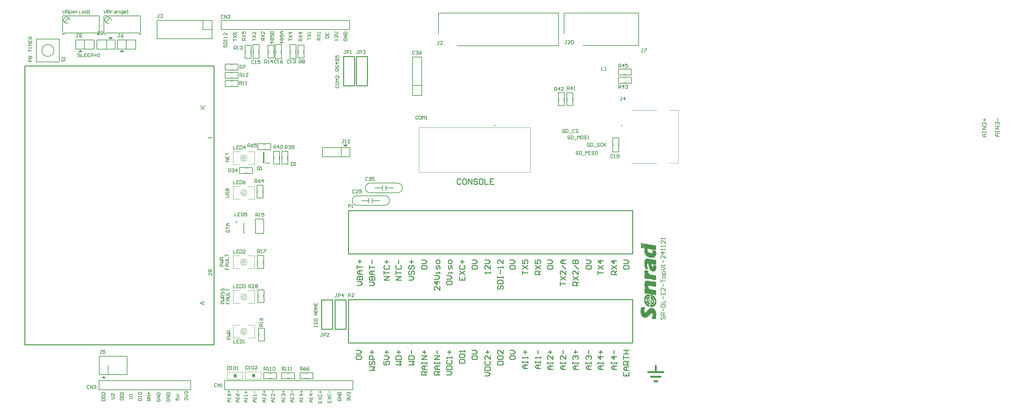
<source format=gto>
G04*
G04 #@! TF.GenerationSoftware,Altium Limited,Altium Designer,20.1.7 (139)*
G04*
G04 Layer_Color=65535*
%FSTAX24Y24*%
%MOIN*%
G70*
G04*
G04 #@! TF.SameCoordinates,F0BF9DC0-9546-437B-B132-7D81F4AFA61C*
G04*
G04*
G04 #@! TF.FilePolarity,Positive*
G04*
G01*
G75*
%ADD10C,0.0040*%
%ADD11C,0.0079*%
%ADD12C,0.0098*%
%ADD13C,0.0070*%
%ADD14C,0.0050*%
%ADD15C,0.0039*%
%ADD16C,0.0100*%
%ADD17C,0.0197*%
%ADD18C,0.0025*%
%ADD19C,0.0060*%
G36*
X01875Y01299D02*
X0185Y01274D01*
X019D01*
X01875Y01299D01*
D02*
G37*
G36*
X0451Y03801D02*
X04535Y03826D01*
X04485D01*
X0451Y03801D01*
D02*
G37*
G36*
X01619Y04864D02*
X01594Y04839D01*
X01644D01*
X01619Y04864D01*
D02*
G37*
G36*
X0195Y04976D02*
X01975Y05001D01*
X01925D01*
X0195Y04976D01*
D02*
G37*
G36*
X02074Y04864D02*
X02049Y04839D01*
X02099D01*
X02074Y04864D01*
D02*
G37*
G36*
X029735Y021099D02*
X029582Y02104D01*
Y020829D01*
X029735Y020774D01*
Y020704D01*
X029231Y020896D01*
Y020969D01*
X029735Y021175D01*
Y021099D01*
D02*
G37*
G36*
X029785Y042482D02*
X029531Y042303D01*
X02961Y042221D01*
X029785D01*
Y042154D01*
X029281D01*
Y042221D01*
X029531D01*
X029281Y04247D01*
Y042561D01*
X029485Y04235D01*
X029785Y042571D01*
Y042482D01*
D02*
G37*
%LPC*%
G36*
X029527Y021019D02*
X029389Y020967D01*
X029388D01*
X029386Y020966D01*
X029382Y020965D01*
X029378Y020963D01*
X029373Y020961D01*
X029366Y020959D01*
X029359Y020957D01*
X029352Y020954D01*
X029335Y020948D01*
X029317Y020942D01*
X0293Y020936D01*
X029283Y020931D01*
X029284D01*
X029285Y02093D01*
X029288D01*
X029291Y020929D01*
X029296Y020928D01*
X029301Y020927D01*
X029314Y020924D01*
X029328Y02092D01*
X029344Y020915D01*
X029362Y02091D01*
X02938Y020903D01*
X029527Y020849D01*
Y021019D01*
D02*
G37*
%LPD*%
D10*
X03437Y01785D02*
G03*
X03437Y01785I-00035J0D01*
G01*
Y03301D02*
G03*
X03437Y03301I-00035J0D01*
G01*
Y0368D02*
G03*
X03437Y0368I-00035J0D01*
G01*
Y02164D02*
G03*
X03437Y02164I-00035J0D01*
G01*
Y02543D02*
G03*
X03437Y02543I-00035J0D01*
G01*
X03565Y02153D02*
Y02187D01*
X03615Y02153D02*
Y02187D01*
X03608Y0383D02*
X03642D01*
X03608Y0378D02*
X03642D01*
X03377Y01785D02*
X03387D01*
Y0181D01*
Y01785D02*
X03412Y0181D01*
Y01785D02*
Y0181D01*
Y01785D02*
X03422D01*
X03387Y0176D02*
Y01785D01*
X03412Y0176D01*
Y01785D01*
X03422D01*
X03445Y01715D02*
X0352D01*
X03445Y01855D02*
X0352D01*
X03285D02*
X0336D01*
X03285Y01715D02*
X0336D01*
X0352D02*
Y01855D01*
X03285Y01715D02*
Y01855D01*
X03555Y03298D02*
Y03332D01*
X03605Y03298D02*
Y03332D01*
X04068Y01325D02*
X04102D01*
X04068Y01275D02*
X04102D01*
X03285Y03231D02*
Y03371D01*
X0352Y03231D02*
Y03371D01*
X03285Y03231D02*
X0336D01*
X03285Y03371D02*
X0336D01*
X03445D02*
X0352D01*
X03445Y03231D02*
X0352D01*
X03412Y03301D02*
X03422D01*
X03412Y03276D02*
Y03301D01*
X03387D02*
X03412Y03276D01*
X03387D02*
Y03301D01*
X03412D02*
X03422D01*
X03412D02*
Y03326D01*
X03387Y03301D02*
X03412Y03326D01*
X03387Y03301D02*
Y03326D01*
X03377Y03301D02*
X03387D01*
X03285Y0361D02*
Y0375D01*
X0352Y0361D02*
Y0375D01*
X03285Y0361D02*
X0336D01*
X03285Y0375D02*
X0336D01*
X03445D02*
X0352D01*
X03445Y0361D02*
X0352D01*
X03412Y0368D02*
X03422D01*
X03412Y03655D02*
Y0368D01*
X03387D02*
X03412Y03655D01*
X03387D02*
Y0368D01*
X03412D02*
X03422D01*
X03412D02*
Y03705D01*
X03387Y0368D02*
X03412Y03705D01*
X03387Y0368D02*
Y03705D01*
X03377Y0368D02*
X03387D01*
X03285Y02094D02*
Y02234D01*
X0352Y02094D02*
Y02234D01*
X03285Y02094D02*
X0336D01*
X03285Y02234D02*
X0336D01*
X03445D02*
X0352D01*
X03445Y02094D02*
X0352D01*
X03412Y02164D02*
X03422D01*
X03412Y02139D02*
Y02164D01*
X03387D02*
X03412Y02139D01*
X03387D02*
Y02164D01*
X03412D02*
X03422D01*
X03412D02*
Y02189D01*
X03387Y02164D02*
X03412Y02189D01*
X03387Y02164D02*
Y02189D01*
X03377Y02164D02*
X03387D01*
X03285Y02473D02*
Y02613D01*
X0352Y02473D02*
Y02613D01*
X03285Y02473D02*
X0336D01*
X03285Y02613D02*
X0336D01*
X03445D02*
X0352D01*
X03445Y02473D02*
X0352D01*
X03412Y02543D02*
X03422D01*
X03412Y02518D02*
Y02543D01*
X03387D02*
X03412Y02518D01*
X03387D02*
Y02543D01*
X03412D02*
X03422D01*
X03412D02*
Y02568D01*
X03387Y02543D02*
X03412Y02568D01*
X03387Y02543D02*
Y02568D01*
X03377Y02543D02*
X03387D01*
X07543Y04505D02*
X07577D01*
X07543Y04555D02*
X07577D01*
X07543Y04595D02*
X07577D01*
X07543Y04645D02*
X07577D01*
X0684Y04308D02*
Y04342D01*
X0689Y04308D02*
Y04342D01*
X07485Y03808D02*
Y03842D01*
X07435Y03808D02*
Y03842D01*
X06985Y04308D02*
Y04342D01*
X06935Y04308D02*
Y04342D01*
X03875Y03668D02*
Y03702D01*
X03825Y03668D02*
Y03702D01*
X0362Y01733D02*
Y01767D01*
X0357Y01733D02*
Y01767D01*
X0322Y0126D02*
X0339D01*
Y0134D01*
X0322D02*
X0339D01*
X0322Y0126D02*
Y0134D01*
X0342Y01265D02*
X0359D01*
Y01345D01*
X0342D02*
X0359D01*
X0342Y01265D02*
Y01345D01*
X03673Y01325D02*
X03707D01*
X03673Y01275D02*
X03707D01*
X03868Y01325D02*
X03902D01*
X03868Y01275D02*
X03902D01*
X03408Y0352D02*
X03442D01*
X03408Y0357D02*
X03442D01*
X03785Y03668D02*
Y03702D01*
X03735Y03668D02*
Y03702D01*
X03915Y04828D02*
Y04862D01*
X03965Y04828D02*
Y04862D01*
X03755Y04828D02*
Y04862D01*
X03805Y04828D02*
Y04862D01*
X0351Y04828D02*
Y04862D01*
X0356Y04828D02*
Y04862D01*
X0405Y04828D02*
Y04862D01*
X04Y04828D02*
Y04862D01*
X03725Y04828D02*
Y04862D01*
X03675Y04828D02*
Y04862D01*
X03425Y04823D02*
Y04857D01*
X03475Y04823D02*
Y04857D01*
X03253Y0452D02*
X03287D01*
X03253Y0447D02*
X03287D01*
X03253Y0461D02*
X03287D01*
X03253Y0456D02*
X03287D01*
X03253Y047D02*
X03287D01*
X03253Y0465D02*
X03287D01*
X0361Y02528D02*
Y02562D01*
X0356Y02528D02*
Y02562D01*
D11*
X075232Y040309D02*
G03*
X075232Y040388I0J000039D01*
G01*
D02*
G03*
X075232Y040309I0J-000039D01*
G01*
X061365Y04033D02*
G03*
X061444Y04033I000039J0D01*
G01*
D02*
G03*
X061365Y04033I-000039J0D01*
G01*
X045933Y011468D02*
Y012469D01*
X031933Y011468D02*
X045183D01*
X045933D01*
X031933Y012469D02*
X045933D01*
X031933Y011468D02*
Y012469D01*
X068965Y050398D02*
Y05263D01*
X077083D01*
Y049106D02*
Y05263D01*
X071024Y049106D02*
X077083D01*
X057244Y049087D02*
X068362D01*
Y05263D01*
X055244D02*
X068362D01*
X055244Y050358D02*
Y05263D01*
X031547Y050839D02*
Y051839D01*
X032297D02*
X045547D01*
X031547D02*
X032297D01*
X031547Y050839D02*
X045547D01*
Y051839D01*
X036367Y036257D02*
X036859D01*
X03623Y036275D02*
Y037425D01*
X03617D02*
X03623D01*
X03617Y036275D02*
Y037425D01*
Y036275D02*
X03623D01*
X034015Y028539D02*
X034035D01*
X034015Y02972D02*
X034035D01*
X034015Y028539D02*
Y02972D01*
X034035Y028539D02*
Y02972D01*
X02455Y051839D02*
X03055D01*
X02455Y049839D02*
Y051839D01*
Y049839D02*
X03055D01*
Y051839D01*
X02955Y050839D02*
X03055D01*
X02955D02*
Y051839D01*
X052413Y04475D02*
X053413D01*
X052413Y043652D02*
X053413D01*
X052413D02*
Y047849D01*
X053413Y043652D02*
Y047849D01*
X052413D02*
X053413D01*
X033087Y012941D02*
Y013059D01*
X032988Y013D02*
X033185Y013197D01*
X032988Y013D02*
X033185Y012803D01*
Y013197D01*
X033146Y012882D02*
Y013118D01*
X032949Y012803D02*
Y013197D01*
X035087Y012991D02*
Y013109D01*
X034988Y01305D02*
X035185Y013247D01*
X034988Y01305D02*
X035185Y012853D01*
Y013247D01*
X035146Y012932D02*
Y013168D01*
X034949Y012853D02*
Y013247D01*
X018217Y011468D02*
Y012469D01*
X028217D01*
Y011468D02*
Y012469D01*
X027467Y011468D02*
X028217D01*
X018217D02*
X027467D01*
X0353Y03013D02*
X036206D01*
X0353Y028565D02*
X036206D01*
Y028565D02*
Y030118D01*
X0353Y028565D02*
Y030128D01*
D12*
X033275Y02983D02*
G03*
X033275Y02983I-000049J0D01*
G01*
D13*
X01957Y051858D02*
G03*
X019364Y051546I-000358J000013D01*
G01*
X01507Y051858D02*
G03*
X014864Y051546I-000358J000013D01*
G01*
X012733Y047914D02*
G03*
X01265Y047908I-000083J000645D01*
G01*
X04779Y03406D02*
G03*
X04779Y03302I0J-00052D01*
G01*
X05082D02*
G03*
X05081Y03406I0J00052D01*
G01*
X04638Y03268D02*
G03*
X04639Y03164I0J-00052D01*
G01*
X04941Y03164D02*
G03*
X04941Y03268I0J00052D01*
G01*
X01895Y05163D02*
X01945Y05213D01*
X01875Y05035D02*
Y05235D01*
Y05035D02*
X01892D01*
Y05047D01*
X02261D01*
Y05035D02*
Y05047D01*
Y05035D02*
X02276D01*
Y05235D01*
X01875D02*
X02276D01*
X01445Y05163D02*
X01495Y05213D01*
X01425Y05035D02*
Y05235D01*
Y05035D02*
X01442D01*
Y05047D01*
X01811D01*
Y05035D02*
Y05047D01*
Y05035D02*
X01826D01*
Y05235D01*
X01425D02*
X01826D01*
X0139Y0473D02*
Y0498D01*
X0114Y0473D02*
X0139D01*
X0114D02*
Y0498D01*
X0139D01*
X0426Y03795D02*
X0456D01*
Y03695D02*
Y03795D01*
X0426Y03695D02*
X0456D01*
X0426D02*
Y03795D01*
X04465Y03696D02*
Y03795D01*
X01923Y01315D02*
Y01414D01*
X01825Y01315D02*
X02128D01*
X01825D02*
Y01415D01*
Y01515D01*
X02128D01*
Y01315D02*
Y01515D01*
X0478Y03406D02*
X0508D01*
X04781Y03302D02*
X0508D01*
X04916Y03326D02*
Y03381D01*
X04954Y03327D02*
Y03382D01*
X04832Y03355D02*
X04916D01*
X04954D02*
X05035D01*
X04685Y03215D02*
X04766D01*
X04804D02*
X04888D01*
X04766Y03188D02*
Y03243D01*
X04804Y03189D02*
Y03244D01*
X0464Y03268D02*
X04939D01*
X0464Y03164D02*
X0494D01*
X01664Y0487D02*
Y04969D01*
X01769Y0487D02*
Y0497D01*
X01569D02*
X01769D01*
X01569Y0487D02*
Y0497D01*
Y0487D02*
X01769D01*
X01905Y04871D02*
Y0497D01*
X018Y0487D02*
Y0497D01*
Y0487D02*
X02D01*
Y0497D01*
X018D02*
X02D01*
X02119Y0487D02*
Y04969D01*
X02224Y0487D02*
Y0497D01*
X02024D02*
X02224D01*
X02024Y0487D02*
Y0497D01*
Y0487D02*
X02224D01*
D14*
X03556Y0224D02*
X03623D01*
Y021D02*
Y0224D01*
X03556Y021D02*
X03623D01*
X03556D02*
Y0224D01*
X03695Y03772D02*
Y03839D01*
X03555Y03772D02*
X03695D01*
X03555D02*
Y03839D01*
X03695D01*
X03546Y03385D02*
X03613D01*
Y03245D02*
Y03385D01*
X03546Y03245D02*
X03613D01*
X03546D02*
Y03385D01*
X04015Y01266D02*
X04155D01*
Y01333D01*
X04015D02*
X04155D01*
X04015Y01266D02*
Y01333D01*
X0749Y04564D02*
X0763D01*
X0749Y04497D02*
Y04564D01*
Y04497D02*
X0763D01*
Y04564D01*
X0749Y04654D02*
X0763D01*
X0749Y04587D02*
Y04654D01*
Y04587D02*
X0763D01*
Y04654D01*
X06899Y04255D02*
Y04395D01*
X06832D02*
X06899D01*
X06832Y04255D02*
Y04395D01*
Y04255D02*
X06899D01*
X07427Y03748D02*
X07494D01*
X07427D02*
Y03901D01*
X07494D01*
Y03748D02*
Y03901D01*
X06926Y04255D02*
Y04395D01*
Y04255D02*
X06993D01*
Y04395D01*
X06926D02*
X06993D01*
X03817Y03615D02*
X03884D01*
X03817D02*
Y03755D01*
X03884D01*
Y03615D02*
Y03755D01*
X03562Y0168D02*
X03629D01*
X03562D02*
Y0182D01*
X03629D01*
Y0168D02*
Y0182D01*
X0362Y01266D02*
X0376D01*
Y01333D01*
X0362D02*
X0376D01*
X0362Y01266D02*
Y01333D01*
X03815Y01266D02*
X03955D01*
Y01333D01*
X03815D02*
X03955D01*
X03815Y01266D02*
Y01333D01*
X03355Y03579D02*
X03495D01*
X03355Y03512D02*
Y03579D01*
Y03512D02*
X03495D01*
Y03579D01*
X03726Y03615D02*
Y03755D01*
Y03615D02*
X03793D01*
Y03755D01*
X03726D02*
X03793D01*
X03974Y04768D02*
Y04921D01*
X03907D02*
X03974D01*
X03907Y04768D02*
Y04921D01*
Y04768D02*
X03974D01*
X03814D02*
Y04921D01*
X03747D02*
X03814D01*
X03747Y04768D02*
Y04921D01*
Y04768D02*
X03814D01*
X03569D02*
Y04921D01*
X03502D02*
X03569D01*
X03502Y04768D02*
Y04921D01*
Y04768D02*
X03569D01*
X03992Y04775D02*
X04059D01*
X03992D02*
Y04915D01*
X04059D01*
Y04775D02*
Y04915D01*
X03667Y04775D02*
X03734D01*
X03667D02*
Y04915D01*
X03734D01*
Y04775D02*
Y04915D01*
X03416Y0491D02*
X03483D01*
Y0477D02*
Y0491D01*
X03416Y0477D02*
X03483D01*
X03416D02*
Y0491D01*
X0334Y04462D02*
Y04529D01*
X032Y04462D02*
X0334D01*
X032D02*
Y04529D01*
X0334D01*
Y04552D02*
Y04619D01*
X032Y04552D02*
X0334D01*
X032D02*
Y04619D01*
X0334D01*
Y04642D02*
Y04709D01*
X032Y04642D02*
X0334D01*
X032D02*
Y04709D01*
X0334D01*
X03551Y02475D02*
Y02615D01*
Y02475D02*
X03618D01*
Y02615D01*
X03551D02*
X03618D01*
D15*
X080432Y036255D02*
X081432D01*
Y042043D01*
X080432D02*
X081432D01*
X076314Y036255D02*
X07907D01*
X076314Y042043D02*
X07907D01*
X053135Y035231D02*
Y040152D01*
Y035231D02*
X065265D01*
Y040152D01*
X053135D02*
X065265D01*
D16*
X045419Y0166D02*
Y021324D01*
Y0166D02*
X073669D01*
X045419Y021324D02*
X073669D01*
X076419D01*
Y0166D02*
Y021324D01*
X073669Y0166D02*
X076419D01*
X045419Y02635D02*
Y031074D01*
Y02635D02*
X073669D01*
X045419Y031074D02*
X073669D01*
X076419D01*
Y02635D02*
Y031074D01*
X073669Y02635D02*
X076419D01*
X030767Y016417D02*
Y04689D01*
X010137Y016417D02*
X030767D01*
X010137D02*
Y04689D01*
X030767D01*
X0463Y0447D02*
Y0479D01*
Y0447D02*
X0475D01*
Y0479D01*
X0463D02*
X0475D01*
X0425Y0213D02*
X0437D01*
Y0181D02*
Y0213D01*
X0425Y0181D02*
X0437D01*
X0425D02*
Y0213D01*
X04395D02*
X04515D01*
Y0181D02*
Y0213D01*
X04395Y0181D02*
X04515D01*
X04395D02*
Y0213D01*
X0449Y0447D02*
X0461D01*
X0449D02*
Y0479D01*
X0461D01*
Y0447D02*
Y0479D01*
X0577Y03445D02*
X0576Y03455D01*
X0574D01*
X0573Y03445D01*
Y03405D01*
X0574Y03395D01*
X0576D01*
X0577Y03405D01*
X0582Y03455D02*
X058D01*
X0579Y03445D01*
Y03405D01*
X058Y03395D01*
X0582D01*
X0583Y03405D01*
Y03445D01*
X0582Y03455D01*
X0585Y03395D02*
Y03455D01*
X058899Y03395D01*
Y03455D01*
X059499Y03445D02*
X059399Y03455D01*
X059199D01*
X059099Y03445D01*
Y03435D01*
X059199Y03425D01*
X059399D01*
X059499Y03415D01*
Y03405D01*
X059399Y03395D01*
X059199D01*
X059099Y03405D01*
X059999Y03455D02*
X059799D01*
X059699Y03445D01*
Y03405D01*
X059799Y03395D01*
X059999D01*
X060099Y03405D01*
Y03445D01*
X059999Y03455D01*
X060299D02*
Y03395D01*
X060699D01*
X061299Y03455D02*
X060899D01*
Y03395D01*
X061299D01*
X060899Y03425D02*
X061099D01*
X04635Y014813D02*
X04625Y014913D01*
Y015113D01*
X04635Y015213D01*
X04675D01*
X04685Y015113D01*
Y014913D01*
X04675Y014813D01*
X04635D01*
X04625Y015413D02*
X04665D01*
X04685Y015613D01*
X04665Y015813D01*
X04625D01*
X075431Y013413D02*
Y013014D01*
X076031D01*
Y013413D01*
X075731Y013014D02*
Y013214D01*
X076031Y013613D02*
X075631D01*
X075431Y013813D01*
X075631Y014013D01*
X076031D01*
X075731D01*
Y013613D01*
X076031Y014213D02*
X075431D01*
Y014513D01*
X075531Y014613D01*
X075731D01*
X075831Y014513D01*
Y014213D01*
Y014413D02*
X076031Y014613D01*
X075431Y014813D02*
Y015213D01*
Y015013D01*
X076031D01*
X075431Y015413D02*
X076031D01*
X075731D01*
Y015813D01*
X075431D01*
X076031D01*
X074681Y013713D02*
X074281D01*
X074081Y013913D01*
X074281Y014113D01*
X074681D01*
X074381D01*
Y013713D01*
X074081Y014313D02*
Y014513D01*
Y014413D01*
X074681D01*
Y014313D01*
Y014513D01*
Y015113D02*
X074081D01*
X074381Y014813D01*
Y015213D01*
Y015413D02*
Y015813D01*
X073231Y013713D02*
X072831D01*
X072631Y013913D01*
X072831Y014113D01*
X073231D01*
X072931D01*
Y013713D01*
X072631Y014313D02*
Y014513D01*
Y014413D01*
X073231D01*
Y014313D01*
Y014513D01*
Y015113D02*
X072631D01*
X072931Y014813D01*
Y015213D01*
Y015413D02*
Y015813D01*
X072731Y015613D02*
X073131D01*
X071931Y013713D02*
X071531D01*
X071331Y013913D01*
X071531Y014113D01*
X071931D01*
X071631D01*
Y013713D01*
X071331Y014313D02*
Y014513D01*
Y014413D01*
X071931D01*
Y014313D01*
Y014513D01*
X071431Y014813D02*
X071331Y014913D01*
Y015113D01*
X071431Y015213D01*
X071531D01*
X071631Y015113D01*
Y015013D01*
Y015113D01*
X071731Y015213D01*
X071831D01*
X071931Y015113D01*
Y014913D01*
X071831Y014813D01*
X071631Y015413D02*
Y015813D01*
X070481Y013713D02*
X070081D01*
X069881Y013913D01*
X070081Y014113D01*
X070481D01*
X070181D01*
Y013713D01*
X069881Y014313D02*
Y014513D01*
Y014413D01*
X070481D01*
Y014313D01*
Y014513D01*
X069981Y014813D02*
X069881Y014913D01*
Y015113D01*
X069981Y015213D01*
X070081D01*
X070181Y015113D01*
Y015013D01*
Y015113D01*
X070281Y015213D01*
X070381D01*
X070481Y015113D01*
Y014913D01*
X070381Y014813D01*
X070181Y015413D02*
Y015813D01*
X069981Y015613D02*
X070381D01*
X069131Y013713D02*
X068731D01*
X068531Y013913D01*
X068731Y014113D01*
X069131D01*
X068831D01*
Y013713D01*
X068531Y014313D02*
Y014513D01*
Y014413D01*
X069131D01*
Y014313D01*
Y014513D01*
Y015213D02*
Y014813D01*
X068731Y015213D01*
X068631D01*
X068531Y015113D01*
Y014913D01*
X068631Y014813D01*
X068831Y015413D02*
Y015813D01*
X067731Y013713D02*
X067331D01*
X067131Y013913D01*
X067331Y014113D01*
X067731D01*
X067431D01*
Y013713D01*
X067131Y014313D02*
Y014513D01*
Y014413D01*
X067731D01*
Y014313D01*
Y014513D01*
Y015213D02*
Y014813D01*
X067331Y015213D01*
X067231D01*
X067131Y015113D01*
Y014913D01*
X067231Y014813D01*
X067431Y015413D02*
Y015813D01*
X067231Y015613D02*
X067631D01*
X066381Y013813D02*
X065981D01*
X065781Y014013D01*
X065981Y014213D01*
X066381D01*
X066081D01*
Y013813D01*
X065781Y014413D02*
Y014613D01*
Y014513D01*
X066381D01*
Y014413D01*
Y014613D01*
Y014913D02*
Y015113D01*
Y015013D01*
X065781D01*
X065881Y014913D01*
X066081Y015413D02*
Y015813D01*
X064981Y013813D02*
X064581D01*
X064381Y014013D01*
X064581Y014213D01*
X064981D01*
X064681D01*
Y013813D01*
X064381Y014413D02*
Y014613D01*
Y014513D01*
X064981D01*
Y014413D01*
Y014613D01*
Y014913D02*
Y015113D01*
Y015013D01*
X064381D01*
X064481Y014913D01*
X064681Y015413D02*
Y015813D01*
X064481Y015613D02*
X064881D01*
X063131Y014813D02*
X063031Y014913D01*
Y015113D01*
X063131Y015213D01*
X063531D01*
X063631Y015113D01*
Y014913D01*
X063531Y014813D01*
X063131D01*
X063031Y015413D02*
X063431D01*
X063631Y015613D01*
X063431Y015813D01*
X063031D01*
X061681Y014213D02*
X062281D01*
Y014513D01*
X062181Y014613D01*
X061781D01*
X061681Y014513D01*
Y014213D01*
Y015113D02*
Y014913D01*
X061781Y014813D01*
X062181D01*
X062281Y014913D01*
Y015113D01*
X062181Y015213D01*
X061781D01*
X061681Y015113D01*
X062281Y015813D02*
Y015413D01*
X061881Y015813D01*
X061781D01*
X061681Y015713D01*
Y015513D01*
X061781Y015413D01*
X060281Y013014D02*
X060681D01*
X060881Y013214D01*
X060681Y013413D01*
X060281D01*
Y013613D02*
X060881D01*
Y013913D01*
X060781Y014013D01*
X060381D01*
X060281Y013913D01*
Y013613D01*
X060381Y014613D02*
X060281Y014513D01*
Y014313D01*
X060381Y014213D01*
X060781D01*
X060881Y014313D01*
Y014513D01*
X060781Y014613D01*
X060881Y015213D02*
Y014813D01*
X060481Y015213D01*
X060381D01*
X060281Y015113D01*
Y014913D01*
X060381Y014813D01*
X060581Y015413D02*
Y015813D01*
X060381Y015613D02*
X060781D01*
X058981Y014813D02*
X058881Y014913D01*
Y015113D01*
X058981Y015213D01*
X059381D01*
X059481Y015113D01*
Y014913D01*
X059381Y014813D01*
X058981D01*
X058881Y015413D02*
X059281D01*
X059481Y015613D01*
X059281Y015813D01*
X058881D01*
X057531Y014413D02*
X058131D01*
Y014713D01*
X058031Y014813D01*
X057631D01*
X057531Y014713D01*
Y014413D01*
Y015313D02*
Y015113D01*
X057631Y015013D01*
X058031D01*
X058131Y015113D01*
Y015313D01*
X058031Y015413D01*
X057631D01*
X057531Y015313D01*
X058131Y015613D02*
Y015813D01*
Y015713D01*
X057531D01*
X057631Y015613D01*
X056131Y013114D02*
X056531D01*
X056731Y013313D01*
X056531Y013513D01*
X056131D01*
Y013713D02*
X056731D01*
Y014013D01*
X056631Y014113D01*
X056231D01*
X056131Y014013D01*
Y013713D01*
X056231Y014713D02*
X056131Y014613D01*
Y014413D01*
X056231Y014313D01*
X056631D01*
X056731Y014413D01*
Y014613D01*
X056631Y014713D01*
X056731Y014913D02*
Y015113D01*
Y015013D01*
X056131D01*
X056231Y014913D01*
X056431Y015413D02*
Y015813D01*
X056231Y015613D02*
X056631D01*
X055381Y013114D02*
X054781D01*
Y013413D01*
X054881Y013513D01*
X055081D01*
X055181Y013413D01*
Y013114D01*
Y013313D02*
X055381Y013513D01*
Y013713D02*
X054981D01*
X054781Y013913D01*
X054981Y014113D01*
X055381D01*
X055081D01*
Y013713D01*
X054781Y014313D02*
Y014513D01*
Y014413D01*
X055381D01*
Y014313D01*
Y014513D01*
Y014813D02*
X054781D01*
X055381Y015213D01*
X054781D01*
X055081Y015413D02*
Y015813D01*
X053981Y013114D02*
X053381D01*
Y013413D01*
X053481Y013513D01*
X053681D01*
X053781Y013413D01*
Y013114D01*
Y013313D02*
X053981Y013513D01*
Y013713D02*
X053581D01*
X053381Y013913D01*
X053581Y014113D01*
X053981D01*
X053681D01*
Y013713D01*
X053381Y014313D02*
Y014513D01*
Y014413D01*
X053981D01*
Y014313D01*
Y014513D01*
Y014813D02*
X053381D01*
X053981Y015213D01*
X053381D01*
X053681Y015413D02*
Y015813D01*
X053481Y015613D02*
X053881D01*
X051981Y014213D02*
X052581D01*
X052381Y014413D01*
X052581Y014613D01*
X051981D01*
Y014813D02*
X052581D01*
Y015113D01*
X052481Y015213D01*
X052081D01*
X051981Y015113D01*
Y014813D01*
X052281Y015413D02*
Y015813D01*
X049281Y014613D02*
Y014213D01*
X049581D01*
X049481Y014413D01*
Y014513D01*
X049581Y014613D01*
X049781D01*
X049881Y014513D01*
Y014313D01*
X049781Y014213D01*
X049281Y014813D02*
X049681D01*
X049881Y015013D01*
X049681Y015213D01*
X049281D01*
X049581Y015413D02*
Y015813D01*
X049381Y015613D02*
X049781D01*
X047681Y013613D02*
X048281D01*
X048081Y013813D01*
X048281Y014013D01*
X047681D01*
X047781Y014613D02*
X047681Y014513D01*
Y014313D01*
X047781Y014213D01*
X047881D01*
X047981Y014313D01*
Y014513D01*
X048081Y014613D01*
X048181D01*
X048281Y014513D01*
Y014313D01*
X048181Y014213D01*
X048281Y014813D02*
X047681D01*
Y015113D01*
X047781Y015213D01*
X047981D01*
X048081Y015113D01*
Y014813D01*
X047981Y015413D02*
Y015813D01*
X047781Y015613D02*
X048181D01*
X050581Y014213D02*
X051181D01*
X050981Y014413D01*
X051181Y014613D01*
X050581D01*
Y014813D02*
X051181D01*
Y015113D01*
X051081Y015213D01*
X050681D01*
X050581Y015113D01*
Y014813D01*
X050881Y015413D02*
Y015813D01*
X050681Y015613D02*
X051081D01*
X051181Y023464D02*
X050581D01*
X051181Y023864D01*
X050581D01*
Y024064D02*
Y024464D01*
Y024264D01*
X051181D01*
X050681Y025063D02*
X050581Y024963D01*
Y024764D01*
X050681Y024664D01*
X051081D01*
X051181Y024764D01*
Y024963D01*
X051081Y025063D01*
X050881Y025263D02*
Y025663D01*
X04635Y0229D02*
X04675D01*
X04695Y0231D01*
X04675Y0233D01*
X04635D01*
Y0235D02*
X04695D01*
Y0238D01*
X04685Y0239D01*
X04675D01*
X04665Y0238D01*
Y0235D01*
Y0238D01*
X04655Y0239D01*
X04645D01*
X04635Y0238D01*
Y0235D01*
X04695Y0241D02*
X04655D01*
X04635Y0243D01*
X04655Y024499D01*
X04695D01*
X04665D01*
Y0241D01*
X04635Y024699D02*
Y025099D01*
Y024899D01*
X04695D01*
X04665Y025299D02*
Y025699D01*
X04645Y025499D02*
X04685D01*
X047681Y022864D02*
X048081D01*
X048281Y023064D01*
X048081Y023264D01*
X047681D01*
Y023464D02*
X048281D01*
Y023764D01*
X048181Y023864D01*
X048081D01*
X047981Y023764D01*
Y023464D01*
Y023764D01*
X047881Y023864D01*
X047781D01*
X047681Y023764D01*
Y023464D01*
X048281Y024064D02*
X047881D01*
X047681Y024264D01*
X047881Y024464D01*
X048281D01*
X047981D01*
Y024064D01*
X047681Y024664D02*
Y025063D01*
Y024864D01*
X048281D01*
X047981Y025263D02*
Y025663D01*
X049881Y023464D02*
X049281D01*
X049881Y023864D01*
X049281D01*
Y024064D02*
Y024464D01*
Y024264D01*
X049881D01*
X049381Y025063D02*
X049281Y024963D01*
Y024764D01*
X049381Y024664D01*
X049781D01*
X049881Y024764D01*
Y024963D01*
X049781Y025063D01*
X049581Y025263D02*
Y025663D01*
X049381Y025463D02*
X049781D01*
X051981Y023464D02*
X052381D01*
X052581Y023664D01*
X052381Y023864D01*
X051981D01*
X052081Y024464D02*
X051981Y024364D01*
Y024164D01*
X052081Y024064D01*
X052181D01*
X052281Y024164D01*
Y024364D01*
X052381Y024464D01*
X052481D01*
X052581Y024364D01*
Y024164D01*
X052481Y024064D01*
X052081Y025063D02*
X051981Y024963D01*
Y024764D01*
X052081Y024664D01*
X052181D01*
X052281Y024764D01*
Y024963D01*
X052381Y025063D01*
X052481D01*
X052581Y024963D01*
Y024764D01*
X052481Y024664D01*
X052281Y025263D02*
Y025663D01*
X052081Y025463D02*
X052481D01*
X053481Y024664D02*
X053381Y024764D01*
Y024963D01*
X053481Y025063D01*
X053881D01*
X053981Y024963D01*
Y024764D01*
X053881Y024664D01*
X053481D01*
X053381Y025263D02*
X053781D01*
X053981Y025463D01*
X053781Y025663D01*
X053381D01*
X055381Y022764D02*
Y022364D01*
X054981Y022764D01*
X054881D01*
X054781Y022664D01*
Y022464D01*
X054881Y022364D01*
X055381Y023264D02*
X054781D01*
X055081Y022964D01*
Y023364D01*
X054781Y023564D02*
X055181D01*
X055381Y023764D01*
X055181Y023964D01*
X054781D01*
X055381Y024164D02*
Y024364D01*
Y024264D01*
X054981D01*
Y024164D01*
X055381Y024664D02*
Y024963D01*
X055281Y025063D01*
X055181Y024963D01*
Y024764D01*
X055081Y024664D01*
X054981Y024764D01*
Y025063D01*
X055381Y025363D02*
Y025563D01*
X055281Y025663D01*
X055081D01*
X054981Y025563D01*
Y025363D01*
X055081Y025263D01*
X055281D01*
X055381Y025363D01*
X056231Y022964D02*
X056131Y023064D01*
Y023264D01*
X056231Y023364D01*
X056631D01*
X056731Y023264D01*
Y023064D01*
X056631Y022964D01*
X056231D01*
X056131Y023564D02*
X056531D01*
X056731Y023764D01*
X056531Y023964D01*
X056131D01*
X056731Y024164D02*
Y024364D01*
Y024264D01*
X056331D01*
Y024164D01*
X056731Y024664D02*
Y024963D01*
X056631Y025063D01*
X056531Y024963D01*
Y024764D01*
X056431Y024664D01*
X056331Y024764D01*
Y025063D01*
X056731Y025363D02*
Y025563D01*
X056631Y025663D01*
X056431D01*
X056331Y025563D01*
Y025363D01*
X056431Y025263D01*
X056631D01*
X056731Y025363D01*
X057531Y023864D02*
Y023464D01*
X058131D01*
Y023864D01*
X057831Y023464D02*
Y023664D01*
X057531Y024064D02*
X058131Y024464D01*
X057531D02*
X058131Y024064D01*
X057631Y025063D02*
X057531Y024963D01*
Y024764D01*
X057631Y024664D01*
X058031D01*
X058131Y024764D01*
Y024963D01*
X058031Y025063D01*
X057831Y025263D02*
Y025663D01*
X057631Y025463D02*
X058031D01*
X058981Y024664D02*
X058881Y024764D01*
Y024963D01*
X058981Y025063D01*
X059381D01*
X059481Y024963D01*
Y024764D01*
X059381Y024664D01*
X058981D01*
X058881Y025263D02*
X059281D01*
X059481Y025463D01*
X059281Y025663D01*
X058881D01*
X060881Y024164D02*
Y024364D01*
Y024264D01*
X060281D01*
X060381Y024164D01*
X060881Y025063D02*
Y024664D01*
X060481Y025063D01*
X060381D01*
X060281Y024963D01*
Y024764D01*
X060381Y024664D01*
X060281Y025263D02*
X060681D01*
X060881Y025463D01*
X060681Y025663D01*
X060281D01*
X061781Y022864D02*
X061681Y022764D01*
Y022564D01*
X061781Y022464D01*
X061881D01*
X061981Y022564D01*
Y022764D01*
X062081Y022864D01*
X062181D01*
X062281Y022764D01*
Y022564D01*
X062181Y022464D01*
X061681Y023064D02*
X062281D01*
Y023364D01*
X062181Y023464D01*
X061781D01*
X061681Y023364D01*
Y023064D01*
Y023664D02*
Y023864D01*
Y023764D01*
X062281D01*
Y023664D01*
Y023864D01*
X061981Y024164D02*
Y024564D01*
X062281Y024764D02*
Y024963D01*
Y024864D01*
X061681D01*
X061781Y024764D01*
X062281Y025663D02*
Y025263D01*
X061881Y025663D01*
X061781D01*
X061681Y025563D01*
Y025363D01*
X061781Y025263D01*
X063131Y024664D02*
X063031Y024764D01*
Y024963D01*
X063131Y025063D01*
X063531D01*
X063631Y024963D01*
Y024764D01*
X063531Y024664D01*
X063131D01*
X063031Y025263D02*
X063431D01*
X063631Y025463D01*
X063431Y025663D01*
X063031D01*
X064381Y024064D02*
Y024464D01*
Y024264D01*
X064981D01*
X064381Y024664D02*
X064981Y025063D01*
X064381D02*
X064981Y024664D01*
X064381Y025663D02*
Y025263D01*
X064681D01*
X064581Y025463D01*
Y025563D01*
X064681Y025663D01*
X064881D01*
X064981Y025563D01*
Y025363D01*
X064881Y025263D01*
X066381Y024064D02*
X065781D01*
Y024364D01*
X065881Y024464D01*
X066081D01*
X066181Y024364D01*
Y024064D01*
Y024264D02*
X066381Y024464D01*
X065781Y024664D02*
X066381Y025063D01*
X065781D02*
X066381Y024664D01*
X065781Y025663D02*
Y025263D01*
X066081D01*
X065981Y025463D01*
Y025563D01*
X066081Y025663D01*
X066281D01*
X066381Y025563D01*
Y025363D01*
X066281Y025263D01*
X067231Y024664D02*
X067131Y024764D01*
Y024963D01*
X067231Y025063D01*
X067631D01*
X067731Y024963D01*
Y024764D01*
X067631Y024664D01*
X067231D01*
X067131Y025263D02*
X067531D01*
X067731Y025463D01*
X067531Y025663D01*
X067131D01*
X068531Y022864D02*
Y023264D01*
Y023064D01*
X069131D01*
X068531Y023464D02*
X069131Y023864D01*
X068531D02*
X069131Y023464D01*
Y024464D02*
Y024064D01*
X068731Y024464D01*
X068631D01*
X068531Y024364D01*
Y024164D01*
X068631Y024064D01*
X069131Y024664D02*
X068731Y025063D01*
X069131Y025263D02*
X068731D01*
X068531Y025463D01*
X068731Y025663D01*
X069131D01*
X068831D01*
Y025263D01*
X070481Y022864D02*
X069881D01*
Y023164D01*
X069981Y023264D01*
X070181D01*
X070281Y023164D01*
Y022864D01*
Y023064D02*
X070481Y023264D01*
X069881Y023464D02*
X070481Y023864D01*
X069881D02*
X070481Y023464D01*
Y024464D02*
Y024064D01*
X070081Y024464D01*
X069981D01*
X069881Y024364D01*
Y024164D01*
X069981Y024064D01*
X070481Y024664D02*
X070081Y025063D01*
X069881Y025263D02*
X070481D01*
Y025563D01*
X070381Y025663D01*
X070281D01*
X070181Y025563D01*
Y025263D01*
Y025563D01*
X070081Y025663D01*
X069981D01*
X069881Y025563D01*
Y025263D01*
X071431Y024664D02*
X071331Y024764D01*
Y024963D01*
X071431Y025063D01*
X071831D01*
X071931Y024963D01*
Y024764D01*
X071831Y024664D01*
X071431D01*
X071331Y025263D02*
X071731D01*
X071931Y025463D01*
X071731Y025663D01*
X071331D01*
X072631Y024064D02*
Y024464D01*
Y024264D01*
X073231D01*
X072631Y024664D02*
X073231Y025063D01*
X072631D02*
X073231Y024664D01*
Y025563D02*
X072631D01*
X072931Y025263D01*
Y025663D01*
X074681Y024064D02*
X074081D01*
Y024364D01*
X074181Y024464D01*
X074381D01*
X074481Y024364D01*
Y024064D01*
Y024264D02*
X074681Y024464D01*
X074081Y024664D02*
X074681Y025063D01*
X074081D02*
X074681Y024664D01*
Y025563D02*
X074081D01*
X074381Y025263D01*
Y025663D01*
X075531Y024664D02*
X075431Y024764D01*
Y024963D01*
X075531Y025063D01*
X075931D01*
X076031Y024963D01*
Y024764D01*
X075931Y024664D01*
X075531D01*
X075431Y025263D02*
X075831D01*
X076031Y025463D01*
X075831Y025663D01*
X075431D01*
D17*
X0788Y0124D02*
X079125D01*
X07895Y013425D02*
Y0141D01*
X078137Y0134D02*
X079788D01*
X078425Y0129D02*
X0795D01*
D18*
X077333Y019789D02*
Y020398D01*
X077713Y020322D02*
Y020499D01*
X077688Y020195D02*
Y020499D01*
X077942Y020728D02*
Y020981D01*
X077739Y020423D02*
Y020499D01*
X077916Y020753D02*
Y021007D01*
X078272Y020575D02*
Y020728D01*
X078246Y020575D02*
Y020753D01*
X078195Y020575D02*
Y020753D01*
X07817Y020601D02*
Y020778D01*
X078145Y020601D02*
Y020778D01*
X078119Y020626D02*
Y020804D01*
X078094Y020626D02*
Y020829D01*
X078069Y020652D02*
Y020829D01*
X078043Y020652D02*
Y020855D01*
X078018Y020677D02*
Y02088D01*
X077992Y020677D02*
Y020905D01*
X077967Y020702D02*
Y020931D01*
X078221Y020575D02*
Y020753D01*
X078272Y020804D02*
Y020981D01*
X078246Y020829D02*
Y020981D01*
X078195Y020829D02*
Y021007D01*
X078221Y020829D02*
Y021007D01*
X077307Y019941D02*
Y020169D01*
X077942Y021616D02*
Y021844D01*
X077916Y021565D02*
Y021819D01*
X077891Y02154D02*
Y021819D01*
X077865Y021489D02*
Y021794D01*
X07784Y021413D02*
Y021768D01*
X077815Y021362D02*
Y021743D01*
X078297D02*
Y021921D01*
X078272Y021743D02*
Y021921D01*
X078246Y021743D02*
Y021921D01*
X078195Y021743D02*
Y021921D01*
X07817Y021743D02*
Y021921D01*
X078145Y021718D02*
Y021895D01*
X078119Y021718D02*
Y021895D01*
X078094Y021718D02*
Y021895D01*
X078069Y021692D02*
Y021895D01*
X078043Y021692D02*
Y021895D01*
X078018Y021667D02*
Y02187D01*
X077992Y021641D02*
Y02187D01*
X077967Y021641D02*
Y021844D01*
X078221Y021743D02*
Y021921D01*
X077942Y021337D02*
Y021464D01*
Y021108D02*
Y021261D01*
X077739Y021362D02*
Y021641D01*
X077713Y021362D02*
Y021591D01*
X077688Y021388D02*
Y02154D01*
Y021108D02*
Y021286D01*
X077916Y021337D02*
Y021388D01*
Y021185D02*
Y021261D01*
X077789Y021362D02*
Y021718D01*
X077764Y021362D02*
Y021692D01*
X078272Y021514D02*
Y021667D01*
Y021286D02*
Y021413D01*
Y021058D02*
Y02121D01*
X078246Y021514D02*
Y021667D01*
Y021286D02*
Y021413D01*
Y021058D02*
Y02121D01*
X078195Y021489D02*
Y021641D01*
Y021286D02*
Y021388D01*
Y021108D02*
Y02121D01*
X07817Y021464D02*
Y021641D01*
Y021286D02*
Y021337D01*
Y021134D02*
Y02121D01*
X078145Y021464D02*
Y021641D01*
X078119Y021438D02*
Y021641D01*
X078094Y021388D02*
Y021616D01*
X078069Y021337D02*
Y021616D01*
X078043Y021311D02*
Y021591D01*
X078018Y021311D02*
Y021565D01*
X077992Y021311D02*
Y02154D01*
X077967Y021337D02*
Y021514D01*
Y021058D02*
Y021261D01*
X078221Y021489D02*
Y021667D01*
Y021286D02*
Y021388D01*
Y021083D02*
Y02121D01*
X077739Y022733D02*
Y02319D01*
X077713Y022885D02*
Y023063D01*
X07784Y022555D02*
Y023342D01*
X077815Y02258D02*
Y023316D01*
X077789Y022631D02*
Y023291D01*
X077764Y022682D02*
Y023266D01*
X078297Y02286D02*
Y023367D01*
X078272Y02286D02*
Y023367D01*
X078246Y02286D02*
Y023367D01*
X078195Y02286D02*
Y023367D01*
X078221Y02286D02*
Y023367D01*
X07817Y022834D02*
Y023393D01*
X078145Y022809D02*
Y023393D01*
X078119Y022783D02*
Y023393D01*
X077739Y024256D02*
Y024535D01*
X077815Y024154D02*
Y024535D01*
X077789Y024179D02*
Y024535D01*
X077764Y02423D02*
Y024535D01*
X077713Y024357D02*
Y024459D01*
X078119Y024433D02*
Y024509D01*
X078094Y024662D02*
Y024687D01*
X078069Y024662D02*
Y024789D01*
X078043Y024662D02*
Y024865D01*
X077739Y023672D02*
Y024129D01*
X077789Y023672D02*
Y024129D01*
X077764Y023672D02*
Y024129D01*
X077739Y024992D02*
Y025601D01*
X07817Y025119D02*
Y025804D01*
X078145Y02522D02*
Y025804D01*
X078119Y025271D02*
Y025804D01*
X078094Y025296D02*
Y025804D01*
X078069Y025296D02*
Y025804D01*
X078043Y025296D02*
Y025804D01*
X078018Y025271D02*
Y025804D01*
X078195Y024992D02*
Y025778D01*
X077713Y025271D02*
Y025448D01*
X077333Y027454D02*
Y027504D01*
Y026997D02*
Y027073D01*
X077662Y026971D02*
Y027022D01*
Y027124D02*
Y027454D01*
X077637Y0272D02*
Y027479D01*
X077612Y027276D02*
Y027479D01*
X077586Y027327D02*
Y027479D01*
X077561Y027403D02*
Y027479D01*
X077713Y026997D02*
Y027454D01*
X077688Y027047D02*
Y027454D01*
X077637Y026971D02*
Y027073D01*
X077612Y026971D02*
Y027149D01*
X077586Y026971D02*
Y027225D01*
X077561Y026971D02*
Y027276D01*
X077536Y026971D02*
Y027352D01*
X07751Y026997D02*
Y027403D01*
X077485Y026997D02*
Y027479D01*
X077459Y026997D02*
Y027504D01*
X077434Y026997D02*
Y027504D01*
X077409Y026997D02*
Y027504D01*
X077383Y026997D02*
Y027504D01*
X077358Y026997D02*
Y027504D01*
X077713Y026692D02*
Y026844D01*
X077739Y026489D02*
Y027454D01*
X077789Y026337D02*
Y027428D01*
X077764Y026388D02*
Y027454D01*
X078297Y02687D02*
Y027352D01*
X078272Y02687D02*
Y027352D01*
X078246Y02687D02*
Y027352D01*
X078195Y026895D02*
Y027352D01*
X07817Y026895D02*
Y027377D01*
X078145Y026895D02*
Y027377D01*
X078119Y026895D02*
Y027377D01*
X078094Y026895D02*
Y027377D01*
X078069Y026895D02*
Y027377D01*
X078043Y02687D02*
Y027377D01*
X078221Y02687D02*
Y027352D01*
X078602Y01923D02*
Y01956D01*
X078576Y01923D02*
Y019433D01*
X078551Y01923D02*
Y019357D01*
X078525Y01923D02*
Y019306D01*
X078602Y019738D02*
Y020398D01*
X078348Y019789D02*
Y020398D01*
X078576Y019839D02*
Y020398D01*
X078551Y019865D02*
Y020398D01*
X078525Y019865D02*
Y020423D01*
X0785Y01989D02*
Y020423D01*
X078475Y01989D02*
Y020423D01*
X078449Y019865D02*
Y020423D01*
X078424Y019839D02*
Y020423D01*
X078398Y019839D02*
Y020398D01*
X078373Y019814D02*
Y020398D01*
X078779Y020652D02*
Y020931D01*
X078754Y020626D02*
Y02088D01*
X078728Y020626D02*
Y020855D01*
X078703Y020601D02*
Y020829D01*
X078678Y020601D02*
Y020804D01*
X078652Y020575D02*
Y020804D01*
X078627Y020575D02*
Y020778D01*
X078602Y02055D02*
Y020753D01*
X078576Y02055D02*
Y020753D01*
X078551Y02055D02*
Y020728D01*
X078525Y02055D02*
Y020728D01*
X0785Y02055D02*
Y020728D01*
X078475Y02055D02*
Y020728D01*
X078449Y020804D02*
Y020956D01*
Y02055D02*
Y020702D01*
X078424Y020804D02*
Y020956D01*
Y02055D02*
Y020702D01*
X078398Y020804D02*
Y020956D01*
Y02055D02*
Y020702D01*
X078373Y020804D02*
Y020956D01*
Y02055D02*
Y020702D01*
X078805Y020677D02*
Y020981D01*
X078525Y020804D02*
Y021007D01*
X0785Y020804D02*
Y020981D01*
X078475Y020804D02*
Y020981D01*
X078703Y021514D02*
Y021743D01*
X078678Y02154D02*
Y021768D01*
X078652Y021565D02*
Y021768D01*
X078627Y021591D02*
Y021794D01*
X078602Y021616D02*
Y021819D01*
X078576Y021616D02*
Y021819D01*
X078551Y021641D02*
Y021844D01*
X078525Y021667D02*
Y021844D01*
X0785Y021667D02*
Y02187D01*
X078475Y021692D02*
Y02187D01*
X078449Y021692D02*
Y02187D01*
X078424Y021718D02*
Y021895D01*
X078398Y021718D02*
Y021895D01*
X078982Y021159D02*
Y021311D01*
X078957Y021159D02*
Y021388D01*
X078931Y021159D02*
Y021464D01*
X078906Y021159D02*
Y021489D01*
X078881Y021159D02*
Y02154D01*
X078855Y021185D02*
Y021591D01*
X07883Y021261D02*
Y021616D01*
X078805Y021337D02*
Y021641D01*
X078779Y021388D02*
Y021667D01*
X078754Y021438D02*
Y021692D01*
X078728Y021464D02*
Y021718D01*
Y02121D02*
Y021311D01*
X078703Y02121D02*
Y021388D01*
X078678Y02121D02*
Y021413D01*
X078652Y02121D02*
Y021464D01*
X078627Y02121D02*
Y021489D01*
X078602Y021261D02*
Y021514D01*
X078576Y021311D02*
Y02154D01*
X078551Y021362D02*
Y021565D01*
X078525Y021388D02*
Y021591D01*
X0785Y021413D02*
Y021591D01*
Y021235D02*
Y021286D01*
Y021108D02*
Y021159D01*
X078475Y021438D02*
Y021616D01*
Y021235D02*
Y021337D01*
Y021083D02*
Y021159D01*
X078449Y021464D02*
Y021616D01*
Y021235D02*
Y021362D01*
Y021058D02*
Y021159D01*
X078424Y021464D02*
Y021641D01*
Y021261D02*
Y021388D01*
Y021058D02*
Y021185D01*
X078398Y021489D02*
Y021641D01*
Y021261D02*
Y021388D01*
X078957Y022758D02*
Y023266D01*
X078931Y022758D02*
Y023266D01*
X078906Y022758D02*
Y023266D01*
X078881Y022783D02*
Y023266D01*
X078855Y022783D02*
Y023266D01*
X07883Y022783D02*
Y023291D01*
X078805Y022783D02*
Y023291D01*
X078779Y022783D02*
Y023291D01*
X078754Y022783D02*
Y023291D01*
X078728Y022809D02*
Y023291D01*
X078703Y022809D02*
Y023291D01*
X078678Y022809D02*
Y023291D01*
X078652Y022809D02*
Y023316D01*
X078627Y022809D02*
Y023316D01*
X078602Y022809D02*
Y023316D01*
X078576Y022834D02*
Y023316D01*
X078551Y022834D02*
Y023316D01*
X078525Y022834D02*
Y023316D01*
X0785Y022834D02*
Y023316D01*
X078475Y022834D02*
Y023342D01*
X078449Y022834D02*
Y023342D01*
X078424Y022834D02*
Y023342D01*
X078398Y02286D02*
Y023342D01*
X078373Y02286D02*
Y023342D01*
X078348Y02286D02*
Y023342D01*
X078678Y024433D02*
Y024941D01*
X078652Y024433D02*
Y024915D01*
X078627Y024433D02*
Y024915D01*
X078602Y024433D02*
Y024915D01*
X078576Y024433D02*
Y024941D01*
X078957Y025169D02*
Y025677D01*
X078931Y025169D02*
Y025677D01*
X078906Y025195D02*
Y025677D01*
X078881Y025195D02*
Y025677D01*
X078855Y025195D02*
Y025677D01*
X07883Y025195D02*
Y025677D01*
X078805Y025195D02*
Y025702D01*
X078779Y02522D02*
Y025702D01*
X078754Y02522D02*
Y025702D01*
X078728Y02522D02*
Y025702D01*
X078703Y02522D02*
Y025702D01*
X078678Y02522D02*
Y025702D01*
X078652Y02522D02*
Y025702D01*
X078627Y025245D02*
Y025728D01*
X078602Y025245D02*
Y025728D01*
X078576Y025245D02*
Y025728D01*
X078551Y025245D02*
Y025728D01*
X078525Y025245D02*
Y025728D01*
X0785Y025245D02*
Y025728D01*
X078475Y025271D02*
Y025753D01*
X078449Y025271D02*
Y025753D01*
X078703Y025068D02*
Y025169D01*
X078982Y026311D02*
Y026489D01*
X078957Y026794D02*
Y02725D01*
X078931Y026794D02*
Y02725D01*
X078906Y026794D02*
Y02725D01*
X078881Y026794D02*
Y02725D01*
X078855Y026794D02*
Y027276D01*
X07883Y026794D02*
Y027276D01*
X078805Y026794D02*
Y027276D01*
X078779Y026819D02*
Y027276D01*
X078754Y026819D02*
Y027276D01*
X078728Y026819D02*
Y027276D01*
X078703Y026819D02*
Y027276D01*
X078678Y026819D02*
Y027276D01*
X078652Y026819D02*
Y027301D01*
X078627Y026819D02*
Y027301D01*
X078602Y026819D02*
Y027301D01*
X078576Y026844D02*
Y027301D01*
X078551Y026844D02*
Y027301D01*
X078525Y026844D02*
Y027301D01*
X0785Y026844D02*
Y027301D01*
X078475Y026844D02*
Y027327D01*
X078449Y026844D02*
Y027327D01*
X078424Y026844D02*
Y027327D01*
X078398Y026844D02*
Y027327D01*
X078373Y02687D02*
Y027327D01*
X078348Y02687D02*
Y027327D01*
X078602Y026667D02*
Y026743D01*
X078576Y026717D02*
Y026743D01*
X077662Y019408D02*
Y020499D01*
X077637Y019408D02*
Y020499D01*
X077612Y019433D02*
Y020499D01*
X077586Y019433D02*
Y020499D01*
X077536Y019484D02*
Y020499D01*
X07751Y019509D02*
Y020499D01*
X077485Y019509D02*
Y020499D01*
X077459Y019535D02*
Y020499D01*
X077434Y019586D02*
Y020499D01*
X077409Y019611D02*
Y020499D01*
X077383Y019636D02*
Y020499D01*
X077358Y019712D02*
Y020499D01*
X077561Y019459D02*
Y020499D01*
X077739Y022047D02*
Y022555D01*
X07784Y022047D02*
Y02253D01*
X077815Y022047D02*
Y02253D01*
X077789Y022047D02*
Y022555D01*
X077764Y022047D02*
Y022555D01*
X078297Y021971D02*
Y022479D01*
X078272Y021971D02*
Y022504D01*
X078246Y021971D02*
Y022504D01*
X078195Y021997D02*
Y022555D01*
X07817Y021997D02*
Y02258D01*
X078145Y021997D02*
Y022606D01*
X078119Y021997D02*
Y022682D01*
X078221Y021997D02*
Y02253D01*
X077713Y021032D02*
Y021286D01*
X077739Y020981D02*
Y021286D01*
X077891Y020778D02*
Y021058D01*
X077865Y020804D02*
Y021108D01*
X07784Y020829D02*
Y021185D01*
X077815Y020855D02*
Y021286D01*
X077789Y020905D02*
Y021286D01*
X077764Y020931D02*
Y021286D01*
X077992Y021007D02*
Y021235D01*
X07817Y020855D02*
Y021032D01*
X078145Y02088D02*
Y021058D01*
X078119Y02088D02*
Y021083D01*
X078094Y020905D02*
Y021134D01*
X078069Y020931D02*
Y021185D01*
X078043Y020956D02*
Y021235D01*
X078018Y020981D02*
Y021235D01*
X077942Y019408D02*
Y020017D01*
X077739Y019382D02*
Y019941D01*
X077713Y019382D02*
Y019992D01*
X077865Y019382D02*
Y019941D01*
X07784Y019382D02*
Y019941D01*
X077815Y019382D02*
Y019915D01*
X077789Y019382D02*
Y019915D01*
X077916Y019408D02*
Y019992D01*
X077891Y019408D02*
Y019966D01*
X077688Y019408D02*
Y020068D01*
X077764Y019382D02*
Y019915D01*
X077967Y019433D02*
Y020042D01*
X078297Y019712D02*
Y020372D01*
X078272Y019687D02*
Y020347D01*
X078246Y019662D02*
Y020347D01*
X078195Y019611D02*
Y020296D01*
X07817Y019586D02*
Y020271D01*
X078145Y01956D02*
Y020245D01*
X078119Y019535D02*
Y02022D01*
X078094Y019509D02*
Y020195D01*
X078069Y019484D02*
Y020169D01*
X078043Y019484D02*
Y020144D01*
X078221Y019636D02*
Y020322D01*
X078018Y019459D02*
Y020119D01*
X077992Y019433D02*
Y020093D01*
X077942Y026134D02*
Y027403D01*
X077916Y026159D02*
Y027403D01*
X077891Y026184D02*
Y027428D01*
X077865Y02621D02*
Y027428D01*
X078018Y026083D02*
Y027403D01*
X077992Y026083D02*
Y027403D01*
X077967Y026108D02*
Y027403D01*
X077942Y023646D02*
Y024509D01*
X077916Y023646D02*
Y024509D01*
X077891Y023646D02*
Y024535D01*
X077865Y023646D02*
Y024535D01*
X07784Y023646D02*
Y024535D01*
X078119Y023621D02*
Y024306D01*
X078094Y023621D02*
Y024509D01*
X078069Y023621D02*
Y024509D01*
X078043Y023621D02*
Y024509D01*
X078018Y023621D02*
Y024509D01*
X077992Y023646D02*
Y024509D01*
X077967Y023646D02*
Y024509D01*
X078297Y025956D02*
Y026438D01*
X078272Y025956D02*
Y026438D01*
X078246Y025956D02*
Y026464D01*
X078195Y025981D02*
Y026489D01*
X07817Y025981D02*
Y026514D01*
X078145Y026007D02*
Y02654D01*
X078119Y026007D02*
Y026565D01*
X078094Y026032D02*
Y026591D01*
X078069Y026058D02*
Y026641D01*
X078221Y025981D02*
Y026464D01*
X078043Y026058D02*
Y026768D01*
X07784Y026235D02*
Y027428D01*
X077815Y026286D02*
Y027428D01*
X077942Y024712D02*
Y025804D01*
X077916Y024712D02*
Y025804D01*
X077891Y024712D02*
Y025804D01*
X077865Y024712D02*
Y025778D01*
X07784Y024738D02*
Y025753D01*
X077815Y024738D02*
Y025753D01*
X077789Y024738D02*
Y025702D01*
X077764Y024839D02*
Y025677D01*
X078297Y024687D02*
Y025778D01*
X078272Y024738D02*
Y025778D01*
X078246Y024814D02*
Y025778D01*
X077992Y024687D02*
Y025804D01*
X077967Y024687D02*
Y025804D01*
X078221Y02489D02*
Y025778D01*
X078018Y024687D02*
Y024966D01*
X077815Y023646D02*
Y024129D01*
X078297Y023596D02*
Y024103D01*
X078272Y023596D02*
Y024103D01*
X078246Y023596D02*
Y024129D01*
X078195Y023621D02*
Y024179D01*
X07817Y023621D02*
Y024205D01*
X078145Y023621D02*
Y02423D01*
X078221Y023596D02*
Y024154D01*
X078627Y01923D02*
Y020398D01*
X078957Y021844D02*
Y022352D01*
X078931Y021844D02*
Y022352D01*
X078906Y021844D02*
Y022352D01*
X078881Y02187D02*
Y022377D01*
X078855Y02187D02*
Y022377D01*
X07883Y02187D02*
Y022377D01*
X078805Y02187D02*
Y022377D01*
X078779Y02187D02*
Y022377D01*
X078754Y021895D02*
Y022377D01*
X078728Y021895D02*
Y022377D01*
X078703Y021895D02*
Y022403D01*
X078678Y021895D02*
Y022403D01*
X078652Y021921D02*
Y022403D01*
X078627Y021921D02*
Y022403D01*
X078602Y021921D02*
Y022403D01*
X078576Y021921D02*
Y022403D01*
X078551Y021921D02*
Y022428D01*
X078525Y021946D02*
Y022428D01*
X0785Y021946D02*
Y022428D01*
X078475Y021946D02*
Y022428D01*
X078449Y021946D02*
Y022428D01*
X078424Y021946D02*
Y022454D01*
X078398Y021946D02*
Y022454D01*
X078373Y021971D02*
Y022454D01*
X078348Y021971D02*
Y022479D01*
X078728Y021007D02*
Y021134D01*
X078398Y021032D02*
Y021185D01*
X078373Y021032D02*
Y021159D01*
X078982Y020931D02*
Y021083D01*
X078957Y020855D02*
Y021083D01*
X078931Y020829D02*
Y021083D01*
X078906Y020778D02*
Y021083D01*
X078881Y020753D02*
Y021083D01*
X078855Y020702D02*
Y021108D01*
X07883Y020677D02*
Y021108D01*
X078703Y020956D02*
Y021134D01*
X078678Y020931D02*
Y021134D01*
X078652Y02088D02*
Y021134D01*
X078627Y02088D02*
Y021134D01*
X078602Y020855D02*
Y021108D01*
X078576Y020829D02*
Y021058D01*
X078551Y020829D02*
Y021032D01*
X078982Y019636D02*
Y019789D01*
X078957Y019357D02*
Y019992D01*
X078931Y01923D02*
Y020068D01*
X078906Y01923D02*
Y020119D01*
X078881Y01923D02*
Y020169D01*
X078855Y01923D02*
Y02022D01*
X07883Y01923D02*
Y020245D01*
X078805Y01923D02*
Y020271D01*
X078779Y01923D02*
Y020296D01*
X078754Y01923D02*
Y020322D01*
X078728Y01923D02*
Y020322D01*
X078703Y01923D02*
Y020347D01*
X078678Y01923D02*
Y020372D01*
X078652Y01923D02*
Y020372D01*
X078957Y02621D02*
Y026591D01*
X078931Y026134D02*
Y026667D01*
X078906Y026108D02*
Y026692D01*
X078881Y026083D02*
Y026692D01*
X078855Y026058D02*
Y026692D01*
X07883Y026032D02*
Y026692D01*
X078602Y025931D02*
Y026514D01*
X078576Y025931D02*
Y026489D01*
X078551Y025931D02*
Y026464D01*
X078525Y025931D02*
Y026438D01*
X0785Y025931D02*
Y026438D01*
X078475Y025931D02*
Y026413D01*
X078449Y025931D02*
Y026413D01*
X078424Y025931D02*
Y026413D01*
X078398Y025931D02*
Y026413D01*
X078373Y025931D02*
Y026413D01*
X078348Y025931D02*
Y026438D01*
X078805Y026007D02*
Y026717D01*
X078779Y025981D02*
Y026717D01*
X078754Y025981D02*
Y026717D01*
X078728Y025956D02*
Y026717D01*
X078703Y025956D02*
Y026743D01*
X078678Y025956D02*
Y026743D01*
X078652Y025931D02*
Y026743D01*
X078627Y025931D02*
Y026743D01*
X078424Y024509D02*
Y025753D01*
X078398Y024535D02*
Y025753D01*
X078373Y02456D02*
Y025753D01*
X078348Y024586D02*
Y025778D01*
X078982Y024789D02*
Y024966D01*
X078703Y024433D02*
Y024966D01*
X078551Y024459D02*
Y024966D01*
X078525Y024459D02*
Y025017D01*
X078957Y024636D02*
Y025068D01*
X078931Y02456D02*
Y025068D01*
X078906Y024535D02*
Y025093D01*
X078881Y024509D02*
Y025093D01*
X078855Y024484D02*
Y025093D01*
X07883Y024484D02*
Y025119D01*
X078805Y024459D02*
Y025119D01*
X078779Y024459D02*
Y025144D01*
X078754Y024433D02*
Y025144D01*
X078728Y024433D02*
Y025169D01*
X0785Y024484D02*
Y025068D01*
X078475Y024484D02*
Y025169D01*
X078449Y024509D02*
Y025245D01*
X078957Y023494D02*
Y023976D01*
X078931Y023494D02*
Y023976D01*
X078906Y023494D02*
Y023976D01*
X078881Y023494D02*
Y023976D01*
X078855Y023494D02*
Y024002D01*
X07883Y02352D02*
Y024002D01*
X078805Y02352D02*
Y024002D01*
X078779Y02352D02*
Y024002D01*
X078754Y02352D02*
Y024002D01*
X078728Y02352D02*
Y024002D01*
X078703Y023545D02*
Y024002D01*
X078678Y023545D02*
Y024002D01*
X078652Y023545D02*
Y024002D01*
X078627Y023545D02*
Y024027D01*
X078602Y023545D02*
Y024027D01*
X078576Y023545D02*
Y024027D01*
X078551Y02357D02*
Y024027D01*
X078525Y02357D02*
Y024027D01*
X0785Y02357D02*
Y024053D01*
X078475Y02357D02*
Y024053D01*
X078449Y02357D02*
Y024053D01*
X078424Y023596D02*
Y024053D01*
X078398Y023596D02*
Y024053D01*
X078373Y023596D02*
Y024078D01*
X078348Y023596D02*
Y024078D01*
X077942Y022022D02*
Y023393D01*
X077891Y022022D02*
Y023367D01*
X077865Y022022D02*
Y023367D01*
X077916Y022022D02*
Y023393D01*
X078094Y021997D02*
Y023393D01*
X078069Y021997D02*
Y023393D01*
X078043Y022022D02*
Y023393D01*
X078018Y022022D02*
Y023393D01*
X077992Y022022D02*
Y023393D01*
X077967Y022022D02*
Y023393D01*
X078322Y019738D02*
Y020372D01*
Y02286D02*
Y023342D01*
Y02687D02*
Y027352D01*
Y021971D02*
Y022479D01*
Y025931D02*
Y026438D01*
Y024636D02*
Y025778D01*
Y023596D02*
Y024078D01*
D19*
X03216Y02891D02*
X0321Y02885D01*
Y02873D01*
X03216Y02867D01*
X03222D01*
X03228Y02873D01*
Y02885D01*
X03234Y02891D01*
X0324D01*
X03246Y02885D01*
Y02873D01*
X0324Y02867D01*
X0321Y02903D02*
Y02927D01*
Y02915D01*
X03246D01*
Y02939D02*
X03222D01*
X0321Y02951D01*
X03222Y02963D01*
X03246D01*
X03228D01*
Y02939D01*
X0417Y01834D02*
Y01846D01*
Y0184D01*
X04206D01*
Y01834D01*
Y01846D01*
X04176Y01888D02*
X0417Y01882D01*
Y0187D01*
X04176Y01864D01*
X04182D01*
X04188Y0187D01*
Y01882D01*
X04194Y01888D01*
X042D01*
X04206Y01882D01*
Y0187D01*
X042Y01864D01*
X0417Y01918D02*
Y01906D01*
X04176Y019D01*
X042D01*
X04206Y01906D01*
Y01918D01*
X042Y01924D01*
X04176D01*
X0417Y01918D01*
X04098Y04971D02*
Y04995D01*
Y04983D01*
X04134D01*
X04098Y05007D02*
X04134Y05031D01*
X04098D02*
X04134Y05007D01*
Y05043D02*
Y05055D01*
Y05049D01*
X04098D01*
X04104Y05043D01*
X04204Y01966D02*
X04168D01*
X04204Y0199D01*
X04168D01*
Y0202D02*
Y02008D01*
X04174Y02002D01*
X04198D01*
X04204Y02008D01*
Y0202D01*
X04198Y02026D01*
X04174D01*
X04168Y0202D01*
X04204Y02038D02*
X04168D01*
X04204Y02062D01*
X04168D01*
Y02098D02*
Y02074D01*
X04204D01*
Y02098D01*
X04186Y02074D02*
Y02086D01*
X031884Y02086D02*
X031524D01*
Y02104D01*
X031584Y0211D01*
X031704D01*
X031764Y02104D01*
Y02086D01*
X031524Y02122D02*
X031884D01*
X031764Y02134D01*
X031884Y02146D01*
X031524D01*
X031884Y02158D02*
X031524D01*
Y02176D01*
X031584Y02182D01*
X031704D01*
X031764Y02176D01*
Y02158D01*
Y0217D02*
X031884Y02182D01*
X031584Y02218D02*
X031524Y02212D01*
Y022D01*
X031584Y02194D01*
X031644D01*
X031704Y022D01*
Y02212D01*
X031764Y02218D01*
X031824D01*
X031884Y02212D01*
Y022D01*
X031824Y02194D01*
X031584Y02254D02*
X031524Y02248D01*
Y02236D01*
X031584Y0223D01*
X031644D01*
X031704Y02236D01*
Y02248D01*
X031764Y02254D01*
X031824D01*
X031884Y02248D01*
Y02236D01*
X031824Y0223D01*
X0321Y0211D02*
Y02086D01*
X03228D01*
Y02098D01*
Y02086D01*
X03246D01*
Y02122D02*
X03222D01*
X0321Y02134D01*
X03222Y02146D01*
X03246D01*
X03228D01*
Y02122D01*
X0321Y02158D02*
X0324D01*
X03246Y02164D01*
Y02176D01*
X0324Y02182D01*
X0321D01*
Y02194D02*
X03246D01*
Y02218D01*
X0321Y0223D02*
Y02254D01*
Y02242D01*
X03246D01*
X031784Y02497D02*
X031424D01*
Y02515D01*
X031484Y02521D01*
X031604D01*
X031664Y02515D01*
Y02497D01*
X031424Y02533D02*
X031784D01*
X031664Y02545D01*
X031784Y02557D01*
X031424D01*
X031784Y02569D02*
X031424D01*
Y02587D01*
X031484Y02593D01*
X031604D01*
X031664Y02587D01*
Y02569D01*
Y02581D02*
X031784Y02593D01*
X032Y02485D02*
Y02461D01*
X03218D01*
Y02473D01*
Y02461D01*
X03236D01*
Y02497D02*
X03212D01*
X032Y02509D01*
X03212Y02521D01*
X03236D01*
X03218D01*
Y02497D01*
X032Y02533D02*
X0323D01*
X03236Y02539D01*
Y02551D01*
X0323Y02557D01*
X032D01*
Y02569D02*
X03236D01*
Y02593D01*
X032Y02605D02*
Y02629D01*
Y02617D01*
X03236D01*
X044386Y046319D02*
X044026D01*
Y046499D01*
X044086Y046559D01*
X044206D01*
X044266Y046499D01*
Y046319D01*
Y046439D02*
X044386Y046559D01*
X044086Y046919D02*
X044026Y046859D01*
Y046739D01*
X044086Y046679D01*
X044146D01*
X044206Y046739D01*
Y046859D01*
X044266Y046919D01*
X044326D01*
X044386Y046859D01*
Y046739D01*
X044326Y046679D01*
X044386Y047219D02*
X044026D01*
X044206Y047039D01*
Y047279D01*
X044086Y047399D02*
X044026Y047459D01*
Y047578D01*
X044086Y047638D01*
X044146D01*
X044206Y047578D01*
X044266Y047638D01*
X044326D01*
X044386Y047578D01*
Y047459D01*
X044326Y047399D01*
X044266D01*
X044206Y047459D01*
X044146Y047399D01*
X044086D01*
X044206Y047459D02*
Y047578D01*
X044026Y047998D02*
Y047758D01*
X044206D01*
X044146Y047878D01*
Y047938D01*
X044206Y047998D01*
X044326D01*
X044386Y047938D01*
Y047818D01*
X044326Y047758D01*
X01615Y04816D02*
X01609Y04822D01*
X01597D01*
X01591Y04816D01*
Y0481D01*
X01597Y04804D01*
X01609D01*
X01615Y04798D01*
Y04792D01*
X01609Y04786D01*
X01597D01*
X01591Y04792D01*
X01627Y04822D02*
Y04786D01*
X01651D01*
X01687Y04822D02*
X01663D01*
Y04786D01*
X01687D01*
X01663Y04804D02*
X01675D01*
X01723Y04822D02*
X01699D01*
Y04786D01*
X01723D01*
X01699Y04804D02*
X01711D01*
X01735Y04786D02*
Y04822D01*
X017529D01*
X017589Y04816D01*
Y04804D01*
X017529Y04798D01*
X01735D01*
X017709D02*
X017949D01*
X017709Y0481D02*
X017949D01*
X018069Y04816D02*
X018129Y04822D01*
X018249D01*
X018309Y04816D01*
Y04792D01*
X018249Y04786D01*
X018129D01*
X018069Y04792D01*
Y04816D01*
X04411Y04473D02*
X04405Y04467D01*
Y04455D01*
X04411Y04449D01*
X04435D01*
X04441Y04455D01*
Y04467D01*
X04435Y04473D01*
X04405Y04503D02*
Y04491D01*
X04411Y04485D01*
X04435D01*
X04441Y04491D01*
Y04503D01*
X04435Y04509D01*
X04411D01*
X04405Y04503D01*
X04441Y04521D02*
X04405D01*
X04417Y04533D01*
X04405Y04545D01*
X04441D01*
Y04581D02*
Y04557D01*
X04417Y04581D01*
X04411D01*
X04405Y04575D01*
Y04563D01*
X04411Y04557D01*
X03205Y03252D02*
X03235D01*
X03241Y03258D01*
Y0327D01*
X03235Y03276D01*
X03205D01*
X03211Y03312D02*
X03205Y03306D01*
Y03294D01*
X03211Y03288D01*
X03217D01*
X03223Y03294D01*
Y03306D01*
X03229Y03312D01*
X03235D01*
X03241Y03306D01*
Y03294D01*
X03235Y03288D01*
X03205Y03324D02*
X03241D01*
Y03342D01*
X03235Y03348D01*
X03229D01*
X03223Y03342D01*
Y03324D01*
Y03342D01*
X03217Y03348D01*
X03211D01*
X03205Y03342D01*
Y03324D01*
X01091Y04734D02*
X01055D01*
Y04752D01*
X01061Y04758D01*
X01073D01*
X01079Y04752D01*
Y04734D01*
X01055Y0477D02*
X01091D01*
Y04788D01*
X01085Y04794D01*
X01079D01*
X01073Y04788D01*
Y0477D01*
Y04788D01*
X01067Y04794D01*
X01061D01*
X01055Y04788D01*
Y0477D01*
Y04842D02*
Y04866D01*
Y04854D01*
X01091D01*
X01055Y04878D02*
Y048899D01*
Y04884D01*
X01091D01*
Y04878D01*
Y048899D01*
Y049079D02*
X01055D01*
X01067Y049199D01*
X01055Y049319D01*
X01091D01*
X01055Y049679D02*
Y049439D01*
X01091D01*
Y049679D01*
X01073Y049439D02*
Y049559D01*
X01091Y049799D02*
X01055D01*
Y049979D01*
X01061Y050039D01*
X01073D01*
X01079Y049979D01*
Y049799D01*
Y049919D02*
X01091Y050039D01*
X03834Y04949D02*
X03798D01*
X03816Y04931D01*
Y04955D01*
X03804Y04967D02*
X03798Y04973D01*
Y04985D01*
X03804Y04991D01*
X0381D01*
X03816Y04985D01*
X03822Y04991D01*
X03828D01*
X03834Y04985D01*
Y04973D01*
X03828Y04967D01*
X03822D01*
X03816Y04973D01*
X0381Y04967D01*
X03804D01*
X03816Y04973D02*
Y04985D01*
X03798Y05027D02*
Y05003D01*
X03816D01*
X0381Y05015D01*
Y05021D01*
X03816Y05027D01*
X03828D01*
X03834Y05021D01*
Y05009D01*
X03828Y05003D01*
X03834Y05039D02*
X0381D01*
X03798Y05051D01*
X0381Y05063D01*
X03834D01*
X03816D01*
Y05039D01*
X03256Y01697D02*
X0322D01*
Y01715D01*
X03226Y01721D01*
X03238D01*
X03244Y01715D01*
Y01697D01*
X0322Y01733D02*
X03256D01*
X03244Y01745D01*
X03256Y01757D01*
X0322D01*
X03256Y01769D02*
X0322D01*
Y01787D01*
X03226Y01793D01*
X03238D01*
X03244Y01787D01*
Y01769D01*
Y01781D02*
X03256Y01793D01*
X03241Y03642D02*
X03205D01*
X03241Y03666D01*
X03205D01*
Y03702D02*
Y03678D01*
X03241D01*
Y03702D01*
X03223Y03678D02*
Y0369D01*
X03205Y03714D02*
Y03738D01*
Y03726D01*
X03241D01*
X04239Y04971D02*
X04203D01*
Y04989D01*
X04209Y04995D01*
X04221D01*
X04227Y04989D01*
Y04971D01*
Y04983D02*
X04239Y04995D01*
X04203Y05007D02*
X04239Y05031D01*
X04203D02*
X04239Y05007D01*
Y05043D02*
Y05055D01*
Y05049D01*
X04203D01*
X04209Y05043D01*
X04039Y04961D02*
X04003D01*
Y04979D01*
X04009Y04985D01*
X04021D01*
X04027Y04979D01*
Y04961D01*
Y04973D02*
X04039Y04985D01*
X04003Y04997D02*
X04039Y05021D01*
X04003D02*
X04039Y04997D01*
Y05051D02*
X04003D01*
X04021Y05033D01*
Y05057D01*
X03893Y04961D02*
Y04985D01*
Y04973D01*
X03929D01*
X03893Y04997D02*
X03929Y05021D01*
X03893D02*
X03929Y04997D01*
Y05051D02*
X03893D01*
X03911Y05033D01*
Y05057D01*
X03107Y01212D02*
X03101Y01218D01*
X03089D01*
X03083Y01212D01*
Y01188D01*
X03089Y01182D01*
X03101D01*
X03107Y01188D01*
X03119Y01182D02*
Y01218D01*
X03143Y01182D01*
Y01218D01*
X03155Y01182D02*
X03167D01*
X03161D01*
Y01218D01*
X03155Y01212D01*
X06926Y04963D02*
X06914D01*
X0692D01*
Y04933D01*
X06914Y04927D01*
X06908D01*
X06902Y04933D01*
X06962Y04927D02*
X06938D01*
X06962Y04951D01*
Y04957D01*
X06956Y04963D01*
X06944D01*
X06938Y04957D01*
X06974D02*
X0698Y04963D01*
X06992D01*
X06998Y04957D01*
Y04933D01*
X06992Y04927D01*
X0698D01*
X06974Y04933D01*
Y04957D01*
X05534Y04958D02*
X05522D01*
X05528D01*
Y04928D01*
X05522Y04922D01*
X05516D01*
X0551Y04928D01*
X0557Y04922D02*
X05546D01*
X0557Y04946D01*
Y04952D01*
X05564Y04958D01*
X05552D01*
X05546Y04952D01*
X03181Y05237D02*
X03175Y05243D01*
X03163D01*
X03157Y05237D01*
Y05213D01*
X03163Y05207D01*
X03175D01*
X03181Y05213D01*
X03193Y05207D02*
Y05243D01*
X03217Y05207D01*
Y05243D01*
X03253Y05207D02*
X03229D01*
X03253Y05231D01*
Y05237D01*
X03247Y05243D01*
X03235D01*
X03229Y05237D01*
X07306Y04673D02*
Y04637D01*
X0733D01*
X07342D02*
X07354D01*
X07348D01*
Y04673D01*
X07342Y04667D01*
X0776Y04874D02*
X07748D01*
X07754D01*
Y04844D01*
X07748Y04838D01*
X07742D01*
X07736Y04844D01*
X07772Y04874D02*
X07796D01*
Y04868D01*
X07772Y04844D01*
Y04838D01*
X03457Y02262D02*
Y02298D01*
X03475D01*
X03481Y02292D01*
Y0228D01*
X03475Y02274D01*
X03457D01*
X03469D02*
X03481Y02262D01*
X03517D02*
X03493D01*
X03517Y02286D01*
Y02292D01*
X03511Y02298D01*
X03499D01*
X03493Y02292D01*
X03529D02*
X03535Y02298D01*
X03547D01*
X03553Y02292D01*
Y02286D01*
X03547Y0228D01*
X03553Y02274D01*
Y02268D01*
X03547Y02262D01*
X03535D01*
X03529Y02268D01*
Y02274D01*
X03535Y0228D01*
X03529Y02286D01*
Y02292D01*
X03535Y0228D02*
X03547D01*
X03575Y03558D02*
Y03582D01*
X03569Y03588D01*
X03557D01*
X03551Y03582D01*
Y03558D01*
X03557Y03552D01*
X03569D01*
X03563Y03564D02*
X03575Y03552D01*
X03569D02*
X03575Y03558D01*
X03587Y03552D02*
X03599D01*
X03593D01*
Y03588D01*
X03587Y03582D01*
X03447Y03802D02*
Y03838D01*
X03465D01*
X03471Y03832D01*
Y0382D01*
X03465Y03814D01*
X03447D01*
X03459D02*
X03471Y03802D01*
X03507Y03838D02*
X03495Y03832D01*
X03483Y0382D01*
Y03808D01*
X03489Y03802D01*
X03501D01*
X03507Y03808D01*
Y03814D01*
X03501Y0382D01*
X03483D01*
X03543Y03838D02*
X03519D01*
Y0382D01*
X03531Y03826D01*
X03537D01*
X03543Y0382D01*
Y03808D01*
X03537Y03802D01*
X03525D01*
X03519Y03808D01*
X019556Y01049D02*
X019796D01*
X019916Y01061D01*
X019796Y01073D01*
X019556D01*
X019916Y01109D02*
Y01085D01*
X019676Y01109D01*
X019616D01*
X019556Y01103D01*
Y01091D01*
X019616Y01085D01*
X01853Y01026D02*
X01889D01*
Y01044D01*
X01883Y0105D01*
X01859D01*
X01853Y01044D01*
Y01026D01*
Y0108D02*
Y01068D01*
X01859Y01062D01*
X01883D01*
X01889Y01068D01*
Y0108D01*
X01883Y01086D01*
X01859D01*
X01853Y0108D01*
X01889Y01122D02*
Y01098D01*
X01865Y01122D01*
X01859D01*
X01853Y01116D01*
Y01104D01*
X01859Y01098D01*
X0329Y01693D02*
Y01657D01*
X03314D01*
X0335Y01693D02*
X03326D01*
Y01657D01*
X0335D01*
X03326Y01675D02*
X03338D01*
X03362Y01693D02*
Y01657D01*
X0338D01*
X03386Y01663D01*
Y01687D01*
X0338Y01693D01*
X03362D01*
X03398Y01657D02*
X0341D01*
X03404D01*
Y01693D01*
X03398Y01687D01*
X03522Y03412D02*
Y03448D01*
X0354D01*
X03546Y03442D01*
Y0343D01*
X0354Y03424D01*
X03522D01*
X03534D02*
X03546Y03412D01*
X03582Y03448D02*
X0357Y03442D01*
X03558Y0343D01*
Y03418D01*
X03564Y03412D01*
X03576D01*
X03582Y03418D01*
Y03424D01*
X03576Y0343D01*
X03558D01*
X03612Y03412D02*
Y03448D01*
X03594Y0343D01*
X03618D01*
X04293Y04991D02*
X04329D01*
Y05009D01*
X04323Y05015D01*
X04299D01*
X04293Y05009D01*
Y04991D01*
Y05051D02*
Y05027D01*
X04329D01*
Y05051D01*
X04311Y05027D02*
Y05039D01*
X034215Y049641D02*
X033855D01*
Y049821D01*
X033915Y049881D01*
X034035D01*
X034095Y049821D01*
Y049641D01*
Y049761D02*
X034215Y049881D01*
X033855Y050001D02*
X034215Y050241D01*
X033855D02*
X034215Y050001D01*
X033855Y050601D02*
Y050361D01*
X034035D01*
X033975Y050481D01*
Y050541D01*
X034035Y050601D01*
X034155D01*
X034215Y050541D01*
Y050421D01*
X034155Y050361D01*
X032905Y049591D02*
Y049831D01*
Y049711D01*
X033265D01*
X032905Y049951D02*
X033265Y050191D01*
X032905D02*
X033265Y049951D01*
X032905Y050551D02*
Y050311D01*
X033085D01*
X033025Y050431D01*
Y050491D01*
X033085Y050551D01*
X033205D01*
X033265Y050491D01*
Y050371D01*
X033205Y050311D01*
X030525Y038964D02*
Y039083D01*
Y039024D01*
X030165D01*
X030225Y038964D01*
X030525Y024253D02*
Y024014D01*
X030285Y024253D01*
X030225D01*
X030165Y024193D01*
Y024074D01*
X030225Y024014D01*
Y024373D02*
X030165Y024433D01*
Y024553D01*
X030225Y024613D01*
X030285D01*
X030345Y024553D01*
X030405Y024613D01*
X030465D01*
X030525Y024553D01*
Y024433D01*
X030465Y024373D01*
X030405D01*
X030345Y024433D01*
X030285Y024373D01*
X030225D01*
X030345Y024433D02*
Y024553D01*
X0705Y03747D02*
X07044Y03753D01*
X07032D01*
X07026Y03747D01*
Y03741D01*
X07032Y03735D01*
X07044D01*
X0705Y03729D01*
Y03723D01*
X07044Y03717D01*
X07032D01*
X07026Y03723D01*
X07062Y03753D02*
Y03717D01*
X0708D01*
X07086Y03723D01*
Y03747D01*
X0708Y03753D01*
X07062D01*
X07098Y03711D02*
X07122D01*
X07134Y03717D02*
Y03753D01*
X07146Y03741D01*
X07158Y03753D01*
Y03717D01*
X0717Y03753D02*
X07182D01*
X07176D01*
Y03717D01*
X0717D01*
X07182D01*
X072239Y03747D02*
X072179Y03753D01*
X072059D01*
X071999Y03747D01*
Y03741D01*
X072059Y03735D01*
X072179D01*
X072239Y03729D01*
Y03723D01*
X072179Y03717D01*
X072059D01*
X071999Y03723D01*
X072539Y03753D02*
X072419D01*
X072359Y03747D01*
Y03723D01*
X072419Y03717D01*
X072539D01*
X072599Y03723D01*
Y03747D01*
X072539Y03753D01*
X07175Y03837D02*
X07169Y03843D01*
X07157D01*
X07151Y03837D01*
Y03831D01*
X07157Y03825D01*
X07169D01*
X07175Y03819D01*
Y03813D01*
X07169Y03807D01*
X07157D01*
X07151Y03813D01*
X07187Y03843D02*
Y03807D01*
X07205D01*
X07211Y03813D01*
Y03837D01*
X07205Y03843D01*
X07187D01*
X07223Y03801D02*
X07247D01*
X07283Y03837D02*
X07277Y03843D01*
X07265D01*
X07259Y03837D01*
Y03831D01*
X07265Y03825D01*
X07277D01*
X07283Y03819D01*
Y03813D01*
X07277Y03807D01*
X07265D01*
X07259Y03813D01*
X073189Y03837D02*
X073129Y03843D01*
X07301D01*
X07295Y03837D01*
Y03813D01*
X07301Y03807D01*
X073129D01*
X073189Y03813D01*
X073309Y03843D02*
Y03807D01*
Y03819D01*
X073549Y03843D01*
X073369Y03825D01*
X073549Y03807D01*
X0696Y03917D02*
X06954Y03923D01*
X06942D01*
X06936Y03917D01*
Y03911D01*
X06942Y03905D01*
X06954D01*
X0696Y03899D01*
Y03893D01*
X06954Y03887D01*
X06942D01*
X06936Y03893D01*
X06972Y03923D02*
Y03887D01*
X0699D01*
X06996Y03893D01*
Y03917D01*
X0699Y03923D01*
X06972D01*
X07008Y03881D02*
X07032D01*
X07044Y03887D02*
Y03923D01*
X07056Y03911D01*
X07068Y03923D01*
Y03887D01*
X070979Y03923D02*
X07086D01*
X0708Y03917D01*
Y03893D01*
X07086Y03887D01*
X070979D01*
X071039Y03893D01*
Y03917D01*
X070979Y03923D01*
X071399Y03917D02*
X071339Y03923D01*
X071219D01*
X071159Y03917D01*
Y03911D01*
X071219Y03905D01*
X071339D01*
X071399Y03899D01*
Y03893D01*
X071339Y03887D01*
X071219D01*
X071159Y03893D01*
X071519Y03923D02*
X071639D01*
X071579D01*
Y03887D01*
X071519D01*
X071639D01*
X06905Y03987D02*
X06899Y03993D01*
X06887D01*
X06881Y03987D01*
Y03981D01*
X06887Y03975D01*
X06899D01*
X06905Y03969D01*
Y03963D01*
X06899Y03957D01*
X06887D01*
X06881Y03963D01*
X06917Y03993D02*
Y03957D01*
X06935D01*
X06941Y03963D01*
Y03987D01*
X06935Y03993D01*
X06917D01*
X06953Y03951D02*
X06977D01*
X07013Y03987D02*
X07007Y03993D01*
X06995D01*
X06989Y03987D01*
Y03963D01*
X06995Y03957D01*
X07007D01*
X07013Y03963D01*
X070489Y03987D02*
X070429Y03993D01*
X07031D01*
X07025Y03987D01*
Y03981D01*
X07031Y03975D01*
X070429D01*
X070489Y03969D01*
Y03963D01*
X070429Y03957D01*
X07031D01*
X07025Y03963D01*
X079615Y01946D02*
X07954Y019385D01*
Y019235D01*
X079615Y01916D01*
X07969D01*
X079765Y019235D01*
Y019385D01*
X07984Y01946D01*
X079915D01*
X07999Y019385D01*
Y019235D01*
X079915Y01916D01*
X07999Y01961D02*
X07954D01*
Y019835D01*
X079615Y01991D01*
X079765D01*
X07984Y019835D01*
Y01961D01*
Y01976D02*
X07999Y01991D01*
X079765Y02006D02*
Y02036D01*
X07954Y02051D02*
X07999D01*
Y020734D01*
X079915Y020809D01*
X079615D01*
X07954Y020734D01*
Y02051D01*
Y020959D02*
X07999D01*
Y021259D01*
X079765Y021409D02*
Y021709D01*
X07954Y022159D02*
Y021859D01*
X07999D01*
Y022159D01*
X079765Y021859D02*
Y022009D01*
X07999Y022609D02*
Y022309D01*
X07969Y022609D01*
X079615D01*
X07954Y022534D01*
Y022384D01*
X079615Y022309D01*
X079765Y022759D02*
Y023059D01*
X07954Y023209D02*
Y023509D01*
Y023359D01*
X07999D01*
Y023734D02*
Y023883D01*
X079915Y023958D01*
X079765D01*
X07969Y023883D01*
Y023734D01*
X079765Y023659D01*
X079915D01*
X07999Y023734D01*
X08014Y024108D02*
X07969D01*
Y024333D01*
X079765Y024408D01*
X079915D01*
X07999Y024333D01*
Y024108D01*
X07954Y024558D02*
X07984D01*
X07999Y024708D01*
X07984Y024858D01*
X07954D01*
X07999Y025008D02*
Y025158D01*
Y025083D01*
X07954D01*
X079615Y025008D01*
X079765Y025383D02*
Y025683D01*
X07999Y026133D02*
Y025833D01*
X07969Y026133D01*
X079615D01*
X07954Y026058D01*
Y025908D01*
X079615Y025833D01*
X07999Y026508D02*
X07954D01*
X079765Y026283D01*
Y026583D01*
X07999Y026733D02*
Y026883D01*
Y026808D01*
X07954D01*
X079615Y026733D01*
X07999Y027107D02*
Y027257D01*
Y027182D01*
X07954D01*
X079615Y027107D01*
X07999Y027782D02*
Y027482D01*
X07969Y027782D01*
X079615D01*
X07954Y027707D01*
Y027557D01*
X079615Y027482D01*
X07999Y027932D02*
Y028082D01*
Y028007D01*
X07954D01*
X079615Y027932D01*
X11644Y03916D02*
X11614D01*
X11599Y03931D01*
X11614Y03946D01*
X11644D01*
X116215D01*
Y03916D01*
X11599Y03961D02*
Y03976D01*
Y039685D01*
X11644D01*
Y03961D01*
Y03976D01*
Y039985D02*
X11599D01*
X11644Y040285D01*
X11599D01*
X116065Y040435D02*
X11599Y04051D01*
Y04066D01*
X116065Y040734D01*
X11614D01*
X116215Y04066D01*
Y040585D01*
Y04066D01*
X11629Y040734D01*
X116365D01*
X11644Y04066D01*
Y04051D01*
X116365Y040435D01*
X116215Y040884D02*
Y041184D01*
X11504Y03911D02*
X11474D01*
X11459Y03926D01*
X11474Y03941D01*
X11504D01*
X114815D01*
Y03911D01*
X11459Y03956D02*
Y03971D01*
Y039635D01*
X11504D01*
Y03956D01*
Y03971D01*
Y039935D02*
X11459D01*
X11504Y040235D01*
X11459D01*
X114665Y040385D02*
X11459Y04046D01*
Y04061D01*
X114665Y040684D01*
X11474D01*
X114815Y04061D01*
Y040535D01*
Y04061D01*
X11489Y040684D01*
X114965D01*
X11504Y04061D01*
Y04046D01*
X114965Y040385D01*
X114815Y040834D02*
Y041134D01*
X114665Y040984D02*
X114965D01*
X03498Y04961D02*
Y04985D01*
Y04973D01*
X03534D01*
X03498Y04997D02*
X03534Y05021D01*
X03498D02*
X03534Y04997D01*
Y05057D02*
Y05033D01*
X0351Y05057D01*
X03504D01*
X03498Y05051D01*
Y05039D01*
X03504Y05033D01*
X03629Y04966D02*
X03593D01*
Y04984D01*
X03599Y0499D01*
X03611D01*
X03617Y04984D01*
Y04966D01*
Y04978D02*
X03629Y0499D01*
X03593Y05002D02*
X03629Y05026D01*
X03593D02*
X03629Y05002D01*
Y05062D02*
Y05038D01*
X03605Y05062D01*
X03599D01*
X03593Y05056D01*
Y05044D01*
X03599Y05038D01*
X03729Y04949D02*
X03693D01*
X03711Y04931D01*
Y04955D01*
X03699Y04967D02*
X03693Y04973D01*
Y04985D01*
X03699Y04991D01*
X03705D01*
X03711Y04985D01*
X03717Y04991D01*
X03723D01*
X03729Y04985D01*
Y04973D01*
X03723Y04967D01*
X03717D01*
X03711Y04973D01*
X03705Y04967D01*
X03699D01*
X03711Y04973D02*
Y04985D01*
X03693Y05027D02*
Y05003D01*
X03711D01*
X03705Y05015D01*
Y05021D01*
X03711Y05027D01*
X03723D01*
X03729Y05021D01*
Y05009D01*
X03723Y05003D01*
X03693Y05039D02*
X03729D01*
Y05057D01*
X03723Y05063D01*
X03717D01*
X03711Y05057D01*
Y05039D01*
Y05057D01*
X03705Y05063D01*
X03699D01*
X03693Y05057D01*
Y05039D01*
X04429Y04966D02*
Y04978D01*
Y04972D01*
X04393D01*
X04399Y04966D01*
X04429Y0502D02*
Y04996D01*
X04405Y0502D01*
X04399D01*
X04393Y05014D01*
Y05002D01*
X04399Y04996D01*
X04393Y05032D02*
X04417D01*
X04429Y05044D01*
X04417Y05056D01*
X04393D01*
X03189Y04915D02*
X03183Y04909D01*
Y04897D01*
X03189Y04891D01*
X03195D01*
X03201Y04897D01*
Y04909D01*
X03207Y04915D01*
X03213D01*
X03219Y04909D01*
Y04897D01*
X03213Y04891D01*
X03183Y04927D02*
X03219D01*
Y04945D01*
X03213Y04951D01*
X03189D01*
X03183Y04945D01*
Y04927D01*
Y04963D02*
Y04975D01*
Y04969D01*
X03219D01*
Y04963D01*
Y04975D01*
Y04993D02*
Y05005D01*
Y04999D01*
X03183D01*
X03189Y04993D01*
X03219Y050469D02*
Y05023D01*
X03195Y050469D01*
X03189D01*
X03183Y05041D01*
Y05029D01*
X03189Y05023D01*
X04499Y04985D02*
X04493Y04979D01*
Y04967D01*
X04499Y04961D01*
X04523D01*
X04529Y04967D01*
Y04979D01*
X04523Y04985D01*
X04511D01*
Y04973D01*
X04529Y04997D02*
X04493D01*
X04529Y05021D01*
X04493D01*
Y05033D02*
X04529D01*
Y05051D01*
X04523Y05057D01*
X04499D01*
X04493Y05051D01*
Y05033D01*
X027623Y010341D02*
X027563Y010401D01*
Y010521D01*
X027623Y010581D01*
X027683D01*
X027743Y010521D01*
Y010461D01*
Y010521D01*
X027803Y010581D01*
X027863D01*
X027923Y010521D01*
Y010401D01*
X027863Y010341D01*
X027563Y010701D02*
X027803D01*
X027923Y010821D01*
X027803Y010941D01*
X027563D01*
X027623Y01106D02*
X027563Y01112D01*
Y01124D01*
X027623Y0113D01*
X027683D01*
X027743Y01124D01*
Y01118D01*
Y01124D01*
X027803Y0113D01*
X027863D01*
X027923Y01124D01*
Y01112D01*
X027863Y01106D01*
X026613Y010581D02*
Y010341D01*
X026793D01*
X026733Y010461D01*
Y010521D01*
X026793Y010581D01*
X026913D01*
X026973Y010521D01*
Y010401D01*
X026913Y010341D01*
X026613Y010701D02*
X026853D01*
X026973Y010821D01*
X026853Y010941D01*
X026613D01*
X025655Y010455D02*
X025595Y010395D01*
Y010275D01*
X025655Y010215D01*
X025895D01*
X025955Y010275D01*
Y010395D01*
X025895Y010455D01*
X025775D01*
Y010335D01*
X025955Y010575D02*
X025595D01*
X025955Y010815D01*
X025595D01*
Y010935D02*
X025955D01*
Y011115D01*
X025895Y011175D01*
X025655D01*
X025595Y011115D01*
Y010935D01*
X024605Y010455D02*
X024545Y010395D01*
Y010275D01*
X024605Y010215D01*
X024845D01*
X024905Y010275D01*
Y010395D01*
X024845Y010455D01*
X024725D01*
Y010335D01*
X024905Y010575D02*
X024545D01*
X024905Y010815D01*
X024545D01*
Y010935D02*
X024905D01*
Y011115D01*
X024845Y011175D01*
X024605D01*
X024545Y011115D01*
Y010935D01*
X02384Y01026D02*
X02348D01*
Y01044D01*
X02354Y0105D01*
X02366D01*
X02372Y01044D01*
Y01026D01*
Y01038D02*
X02384Y0105D01*
Y01062D02*
X02348D01*
X02384Y01086D01*
X02348D01*
X02366Y01098D02*
Y01122D01*
X02354Y0111D02*
X02378D01*
X02253Y01031D02*
X02289D01*
Y01049D01*
X02283Y01055D01*
X02259D01*
X02253Y01049D01*
Y01031D01*
Y01067D02*
Y01079D01*
Y01073D01*
X02289D01*
Y01067D01*
Y01079D01*
X02259Y01097D02*
X02253Y01103D01*
Y01115D01*
X02259Y01121D01*
X02283D01*
X02289Y01115D01*
Y01103D01*
X02283Y01097D01*
X02259D01*
X02053Y01036D02*
X02089D01*
Y01054D01*
X02083Y0106D01*
X02059D01*
X02053Y01054D01*
Y01036D01*
Y0109D02*
Y01078D01*
X02059Y01072D01*
X02083D01*
X02089Y01078D01*
Y0109D01*
X02083Y01096D01*
X02059D01*
X02053Y0109D01*
X02089Y01108D02*
Y0112D01*
Y01114D01*
X02053D01*
X02059Y01108D01*
X02153Y01051D02*
X02177D01*
X02189Y01063D01*
X02177Y01075D01*
X02153D01*
X02189Y01087D02*
Y01099D01*
Y01093D01*
X02153D01*
X02159Y01087D01*
X04534Y01026D02*
X04528Y01032D01*
Y01044D01*
X04534Y0105D01*
X0454D01*
X04546Y01044D01*
Y01038D01*
Y01044D01*
X04552Y0105D01*
X04558D01*
X04564Y01044D01*
Y01032D01*
X04558Y01026D01*
X04528Y01062D02*
X04552D01*
X04564Y01074D01*
X04552Y01086D01*
X04528D01*
X04534Y01098D02*
X04528Y01104D01*
Y01116D01*
X04534Y01122D01*
X0454D01*
X04546Y01116D01*
Y0111D01*
Y01116D01*
X04552Y01122D01*
X04558D01*
X04564Y01116D01*
Y01104D01*
X04558Y01098D01*
X04434Y0105D02*
X04428Y01044D01*
Y01032D01*
X04434Y01026D01*
X04458D01*
X04464Y01032D01*
Y01044D01*
X04458Y0105D01*
X04446D01*
Y01038D01*
X04464Y01062D02*
X04428D01*
X04464Y01086D01*
X04428D01*
Y01098D02*
X04464D01*
Y01116D01*
X04458Y01122D01*
X04434D01*
X04428Y01116D01*
Y01098D01*
X04318Y01031D02*
Y01007D01*
X04354D01*
Y01031D01*
X04336Y01007D02*
Y01019D01*
X04318Y01043D02*
X04354Y010669D01*
X04318D02*
X04354Y01043D01*
X04324Y011029D02*
X04318Y010969D01*
Y010849D01*
X04324Y010789D01*
X04348D01*
X04354Y010849D01*
Y010969D01*
X04348Y011029D01*
X04336Y011149D02*
Y011389D01*
X04154Y010157D02*
X0413D01*
X04118Y010277D01*
X0413Y010397D01*
X04154D01*
X04136D01*
Y010157D01*
X04118Y010517D02*
Y010637D01*
Y010577D01*
X04154D01*
Y010517D01*
Y010637D01*
Y010997D02*
X04118D01*
X04136Y010817D01*
Y011057D01*
Y011177D02*
Y011417D01*
X040477Y010134D02*
X040238D01*
X040118Y010254D01*
X040238Y010374D01*
X040477D01*
X040297D01*
Y010134D01*
X040118Y010494D02*
Y010614D01*
Y010554D01*
X040477D01*
Y010494D01*
Y010614D01*
Y010974D02*
X040118D01*
X040297Y010794D01*
Y011034D01*
Y011154D02*
Y011394D01*
X040178Y011274D02*
X040417D01*
X03949Y010157D02*
X03925D01*
X03913Y010277D01*
X03925Y010397D01*
X03949D01*
X03931D01*
Y010157D01*
X03913Y010517D02*
Y010637D01*
Y010577D01*
X03949D01*
Y010517D01*
Y010637D01*
X03919Y010817D02*
X03913Y010877D01*
Y010997D01*
X03919Y011057D01*
X03925D01*
X03931Y010997D01*
Y010937D01*
Y010997D01*
X03937Y011057D01*
X03943D01*
X03949Y010997D01*
Y010877D01*
X03943Y010817D01*
X03931Y011177D02*
Y011417D01*
X038527Y010134D02*
X038288D01*
X038168Y010254D01*
X038288Y010374D01*
X038527D01*
X038347D01*
Y010134D01*
X038168Y010494D02*
Y010614D01*
Y010554D01*
X038527D01*
Y010494D01*
Y010614D01*
X038228Y010794D02*
X038168Y010854D01*
Y010974D01*
X038228Y011034D01*
X038288D01*
X038347Y010974D01*
Y010914D01*
Y010974D01*
X038407Y011034D01*
X038467D01*
X038527Y010974D01*
Y010854D01*
X038467Y010794D01*
X038347Y011154D02*
Y011394D01*
X038228Y011274D02*
X038467D01*
X03739Y010157D02*
X03715D01*
X03703Y010277D01*
X03715Y010397D01*
X03739D01*
X03721D01*
Y010157D01*
X03703Y010517D02*
Y010637D01*
Y010577D01*
X03739D01*
Y010517D01*
Y010637D01*
Y011057D02*
Y010817D01*
X03715Y011057D01*
X03709D01*
X03703Y010997D01*
Y010877D01*
X03709Y010817D01*
X03721Y011177D02*
Y011417D01*
X036427Y010134D02*
X036188D01*
X036068Y010254D01*
X036188Y010374D01*
X036427D01*
X036247D01*
Y010134D01*
X036068Y010494D02*
Y010614D01*
Y010554D01*
X036427D01*
Y010494D01*
Y010614D01*
Y011034D02*
Y010794D01*
X036188Y011034D01*
X036128D01*
X036068Y010974D01*
Y010854D01*
X036128Y010794D01*
X036247Y011154D02*
Y011394D01*
X036128Y011274D02*
X036367D01*
X03539Y010157D02*
X03515D01*
X03503Y010277D01*
X03515Y010397D01*
X03539D01*
X03521D01*
Y010157D01*
X03503Y010517D02*
Y010637D01*
Y010577D01*
X03539D01*
Y010517D01*
Y010637D01*
Y010817D02*
Y010937D01*
Y010877D01*
X03503D01*
X03509Y010817D01*
X03521Y011117D02*
Y011357D01*
X034427Y010134D02*
X034188D01*
X034068Y010254D01*
X034188Y010374D01*
X034427D01*
X034248D01*
Y010134D01*
X034068Y010494D02*
Y010614D01*
Y010554D01*
X034427D01*
Y010494D01*
Y010614D01*
Y010794D02*
Y010914D01*
Y010854D01*
X034068D01*
X034128Y010794D01*
X034248Y011094D02*
Y011334D01*
X034128Y011214D02*
X034367D01*
X033527Y010157D02*
X033288D01*
X033168Y010277D01*
X033288Y010397D01*
X033527D01*
X033347D01*
Y010157D01*
X033168Y010517D02*
Y010637D01*
Y010577D01*
X033527D01*
Y010517D01*
Y010637D01*
X033168Y011057D02*
X033228Y010937D01*
X033347Y010817D01*
X033467D01*
X033527Y010877D01*
Y010997D01*
X033467Y011057D01*
X033407D01*
X033347Y010997D01*
Y010817D01*
Y011177D02*
Y011417D01*
X03259Y010134D02*
X03235D01*
X03223Y010254D01*
X03235Y010374D01*
X03259D01*
X03241D01*
Y010134D01*
X03223Y010494D02*
Y010614D01*
Y010554D01*
X03259D01*
Y010494D01*
Y010614D01*
X03223Y011034D02*
X03229Y010914D01*
X03241Y010794D01*
X03253D01*
X03259Y010854D01*
Y010974D01*
X03253Y011034D01*
X03247D01*
X03241Y010974D01*
Y010794D01*
Y011154D02*
Y011394D01*
X03229Y011274D02*
X03253D01*
X042176Y010286D02*
Y010046D01*
X042536D01*
Y010286D01*
X042356Y010046D02*
Y010166D01*
X042176Y010406D02*
X042536Y010646D01*
X042176D02*
X042536Y010406D01*
X042236Y011006D02*
X042176Y010946D01*
Y010826D01*
X042236Y010766D01*
X042476D01*
X042536Y010826D01*
Y010946D01*
X042476Y011006D01*
X042356Y011126D02*
Y011366D01*
X042236Y011246D02*
X042476D01*
X04543Y02163D02*
Y02199D01*
X04561D01*
X04567Y02193D01*
Y02181D01*
X04561Y02175D01*
X04543D01*
X04603Y02163D02*
X04579D01*
X04603Y02187D01*
Y02193D01*
X04597Y02199D01*
X04585D01*
X04579Y02193D01*
X04543Y03138D02*
Y03174D01*
X04561D01*
X04567Y03168D01*
Y03156D01*
X04561Y0315D01*
X04543D01*
X04579Y03138D02*
X04591D01*
X04585D01*
Y03174D01*
X04579Y03168D01*
X04018Y01361D02*
Y01397D01*
X04036D01*
X04042Y01391D01*
Y01379D01*
X04036Y01373D01*
X04018D01*
X0403D02*
X04042Y01361D01*
X04078Y01397D02*
X04066Y01391D01*
X04054Y01379D01*
Y01367D01*
X0406Y01361D01*
X04072D01*
X04078Y01367D01*
Y01373D01*
X04072Y01379D01*
X04054D01*
X04114Y01397D02*
X04102Y01391D01*
X0409Y01379D01*
Y01367D01*
X04096Y01361D01*
X04108D01*
X04114Y01367D01*
Y01373D01*
X04108Y01379D01*
X0409D01*
X032888Y03435D02*
Y03399D01*
X033128D01*
X033488Y03435D02*
X033248D01*
Y03399D01*
X033488D01*
X033248Y03417D02*
X033368D01*
X033608Y03435D02*
Y03399D01*
X033788D01*
X033848Y03405D01*
Y03429D01*
X033788Y03435D01*
X033608D01*
X034208D02*
X034088Y03429D01*
X033968Y03417D01*
Y03405D01*
X034028Y03399D01*
X034148D01*
X034208Y03405D01*
Y03411D01*
X034148Y03417D01*
X033968D01*
X033025Y03082D02*
Y03046D01*
X033265D01*
X033625Y03082D02*
X033385D01*
Y03046D01*
X033625D01*
X033385Y03064D02*
X033505D01*
X033745Y03082D02*
Y03046D01*
X033925D01*
X033985Y03052D01*
Y03076D01*
X033925Y03082D01*
X033745D01*
X034345D02*
X034105D01*
Y03064D01*
X034225Y0307D01*
X034285D01*
X034345Y03064D01*
Y03052D01*
X034285Y03046D01*
X034165D01*
X034105Y03052D01*
X05302Y04134D02*
X05296Y0414D01*
X05284D01*
X05278Y04134D01*
Y0411D01*
X05284Y04104D01*
X05296D01*
X05302Y0411D01*
X05332Y0414D02*
X0532D01*
X05314Y04134D01*
Y0411D01*
X0532Y04104D01*
X05332D01*
X05338Y0411D01*
Y04134D01*
X05332Y0414D01*
X0535Y04104D02*
Y0414D01*
X05362Y04128D01*
X05374Y0414D01*
Y04104D01*
X05386D02*
X05398D01*
X05392D01*
Y0414D01*
X05386Y04134D01*
X07492Y04672D02*
Y04708D01*
X0751D01*
X07516Y04702D01*
Y0469D01*
X0751Y04684D01*
X07492D01*
X07504D02*
X07516Y04672D01*
X07546D02*
Y04708D01*
X07528Y0469D01*
X07552D01*
X07588Y04708D02*
X07564D01*
Y0469D01*
X07576Y04696D01*
X07582D01*
X07588Y0469D01*
Y04678D01*
X07582Y04672D01*
X0757D01*
X07564Y04678D01*
X07492Y04442D02*
Y04478D01*
X0751D01*
X07516Y04472D01*
Y0446D01*
X0751Y04454D01*
X07492D01*
X07504D02*
X07516Y04442D01*
X07546D02*
Y04478D01*
X07528Y0446D01*
X07552D01*
X07564Y04472D02*
X0757Y04478D01*
X07582D01*
X07588Y04472D01*
Y04466D01*
X07582Y0446D01*
X07576D01*
X07582D01*
X07588Y04454D01*
Y04448D01*
X07582Y04442D01*
X0757D01*
X07564Y04448D01*
X06792Y04417D02*
Y04453D01*
X0681D01*
X06816Y04447D01*
Y04435D01*
X0681Y04429D01*
X06792D01*
X06804D02*
X06816Y04417D01*
X06846D02*
Y04453D01*
X06828Y04435D01*
X06852D01*
X06888Y04417D02*
X06864D01*
X06888Y04441D01*
Y04447D01*
X06882Y04453D01*
X0687D01*
X06864Y04447D01*
X0693Y04424D02*
Y0446D01*
X06948D01*
X06954Y04454D01*
Y04442D01*
X06948Y04436D01*
X0693D01*
X06942D02*
X06954Y04424D01*
X06984D02*
Y0446D01*
X06966Y04442D01*
X0699D01*
X07002Y04424D02*
X07014D01*
X07008D01*
Y0446D01*
X07002Y04454D01*
X05267Y04845D02*
X05261Y04851D01*
X05249D01*
X05243Y04845D01*
Y04821D01*
X05249Y04815D01*
X05261D01*
X05267Y04821D01*
X05279Y04845D02*
X05285Y04851D01*
X05297D01*
X05303Y04845D01*
Y04839D01*
X05297Y04833D01*
X05291D01*
X05297D01*
X05303Y04827D01*
Y04821D01*
X05297Y04815D01*
X05285D01*
X05279Y04821D01*
X05339Y04851D02*
X05327Y04845D01*
X05315Y04833D01*
Y04821D01*
X05321Y04815D01*
X05333D01*
X05339Y04821D01*
Y04827D01*
X05333Y04833D01*
X05315D01*
X0373Y03784D02*
Y0382D01*
X03748D01*
X03754Y03814D01*
Y03802D01*
X03748Y03796D01*
X0373D01*
X03742D02*
X03754Y03784D01*
X03784D02*
Y0382D01*
X03766Y03802D01*
X0379D01*
X03802Y03814D02*
X03808Y0382D01*
X0382D01*
X03826Y03814D01*
Y0379D01*
X0382Y03784D01*
X03808D01*
X03802Y0379D01*
Y03814D01*
X03852Y03782D02*
Y03818D01*
X0387D01*
X03876Y03812D01*
Y038D01*
X0387Y03794D01*
X03852D01*
X03864D02*
X03876Y03782D01*
X03888Y03812D02*
X03894Y03818D01*
X03906D01*
X03912Y03812D01*
Y03806D01*
X03906Y038D01*
X039D01*
X03906D01*
X03912Y03794D01*
Y03788D01*
X03906Y03782D01*
X03894D01*
X03888Y03788D01*
X03924D02*
X0393Y03782D01*
X03942D01*
X03948Y03788D01*
Y03812D01*
X03942Y03818D01*
X0393D01*
X03924Y03812D01*
Y03806D01*
X0393Y038D01*
X03948D01*
X0753Y04347D02*
X07518D01*
X07524D01*
Y04317D01*
X07518Y04311D01*
X07512D01*
X07506Y04317D01*
X0756Y04311D02*
Y04347D01*
X07542Y04329D01*
X07566D01*
X03237Y03527D02*
Y03563D01*
X03255D01*
X03261Y03557D01*
Y03545D01*
X03255Y03539D01*
X03237D01*
X03249D02*
X03261Y03527D01*
X03273Y03557D02*
X03279Y03563D01*
X03291D01*
X03297Y03557D01*
Y03551D01*
X03291Y03545D01*
X03285D01*
X03291D01*
X03297Y03539D01*
Y03533D01*
X03291Y03527D01*
X03279D01*
X03273Y03533D01*
X03327Y03527D02*
Y03563D01*
X03309Y03545D01*
X03333D01*
X03921Y03633D02*
Y03597D01*
X03939D01*
X03945Y03603D01*
Y03627D01*
X03939Y03633D01*
X03921D01*
X03957Y03597D02*
X03969D01*
X03963D01*
Y03633D01*
X03957Y03627D01*
X03289Y02677D02*
Y02641D01*
X03313D01*
X03349Y02677D02*
X03325D01*
Y02641D01*
X03349D01*
X03325Y02659D02*
X03337D01*
X03361Y02677D02*
Y02641D01*
X03379D01*
X03385Y02647D01*
Y02671D01*
X03379Y02677D01*
X03361D01*
X03421Y02641D02*
X03397D01*
X03421Y02665D01*
Y02671D01*
X03415Y02677D01*
X03403D01*
X03397Y02671D01*
X02481Y0525D02*
X02469D01*
X02475D01*
Y0522D01*
X02469Y05214D01*
X02463D01*
X02457Y0522D01*
X02493Y05244D02*
X02499Y0525D01*
X02511D01*
X02517Y05244D01*
Y05238D01*
X02511Y05232D01*
X02505D01*
X02511D01*
X02517Y05226D01*
Y0522D01*
X02511Y05214D01*
X02499D01*
X02493Y0522D01*
X03554Y02644D02*
Y0268D01*
X03572D01*
X03578Y02674D01*
Y02662D01*
X03572Y02656D01*
X03554D01*
X03566D02*
X03578Y02644D01*
X0359D02*
X03602D01*
X03596D01*
Y0268D01*
X0359Y02674D01*
X0362Y0268D02*
X03644D01*
Y02674D01*
X0362Y0265D01*
Y02644D01*
X01878Y05299D02*
Y05275D01*
X0189Y05263D01*
X01902Y05275D01*
Y05299D01*
X01914Y05263D02*
Y05299D01*
X01932D01*
X01938Y05293D01*
Y05281D01*
X01932Y05275D01*
X01914D01*
X01926D02*
X01938Y05263D01*
X0195Y05287D02*
Y05263D01*
Y05275D01*
X01956Y05281D01*
X01962Y05287D01*
X01968D01*
X01992D02*
X02004D01*
X0201Y05281D01*
Y05263D01*
X01992D01*
X01986Y05269D01*
X01992Y05275D01*
X0201D01*
X02022Y05263D02*
Y05287D01*
X0204D01*
X02046Y05281D01*
Y05263D01*
X0207Y05251D02*
X02076D01*
X02082Y05257D01*
Y05287D01*
X02064D01*
X02058Y05281D01*
Y05269D01*
X02064Y05263D01*
X02082D01*
X02112D02*
X021D01*
X02094Y05269D01*
Y05281D01*
X021Y05287D01*
X02112D01*
X02118Y05281D01*
Y05275D01*
X02094D01*
X0213Y05263D02*
X02142D01*
X02136D01*
Y05299D01*
X0213Y05293D01*
X01428Y05299D02*
Y05275D01*
X0144Y05263D01*
X01452Y05275D01*
Y05299D01*
X01464Y05263D02*
Y05299D01*
X01482D01*
X01488Y05293D01*
Y05281D01*
X01482Y05275D01*
X01464D01*
X01476D02*
X01488Y05263D01*
X015Y05251D02*
Y05287D01*
X01518D01*
X01524Y05281D01*
Y05269D01*
X01518Y05263D01*
X015D01*
X01554D02*
X01542D01*
X01536Y05269D01*
Y05281D01*
X01542Y05287D01*
X01554D01*
X0156Y05281D01*
Y05275D01*
X01536D01*
X01572Y05287D02*
Y05263D01*
Y05275D01*
X01578Y05281D01*
X01584Y05287D01*
X0159D01*
X01608Y05263D02*
X0162D01*
X01614D01*
Y05287D01*
X01608D01*
X01644Y05263D02*
X01656D01*
X01662Y05269D01*
Y05281D01*
X01656Y05287D01*
X01644D01*
X01638Y05281D01*
Y05269D01*
X01644Y05263D01*
X01698Y05299D02*
Y05263D01*
X0168D01*
X01674Y05269D01*
Y05281D01*
X0168Y05287D01*
X01698D01*
X0171Y05263D02*
X01722D01*
X01716D01*
Y05299D01*
X0171Y05293D01*
X01423Y0476D02*
X01417Y04754D01*
Y04742D01*
X01423Y04736D01*
X01429D01*
X01435Y04742D01*
Y04754D01*
X01441Y0476D01*
X01447D01*
X01453Y04754D01*
Y04742D01*
X01447Y04736D01*
X01453Y04772D02*
Y04784D01*
Y04778D01*
X01417D01*
X01423Y04772D01*
X03818Y01362D02*
Y01398D01*
X03836D01*
X03842Y01392D01*
Y0138D01*
X03836Y01374D01*
X03818D01*
X0383D02*
X03842Y01362D01*
X03854D02*
X03866D01*
X0386D01*
Y01398D01*
X03854Y01392D01*
X03884Y01362D02*
X03896D01*
X0389D01*
Y01398D01*
X03884Y01392D01*
X03914Y01362D02*
X03926D01*
X0392D01*
Y01398D01*
X03914Y01392D01*
X03624Y01362D02*
Y01398D01*
X03642D01*
X03648Y01392D01*
Y0138D01*
X03642Y01374D01*
X03624D01*
X03636D02*
X03648Y01362D01*
X0366D02*
X03672D01*
X03666D01*
Y01398D01*
X0366Y01392D01*
X0369Y01362D02*
X03702D01*
X03696D01*
Y01398D01*
X0369Y01392D01*
X0372D02*
X03726Y01398D01*
X03738D01*
X03744Y01392D01*
Y01368D01*
X03738Y01362D01*
X03726D01*
X0372Y01368D01*
Y01392D01*
X03608Y0184D02*
X03572D01*
Y01858D01*
X03578Y01864D01*
X0359D01*
X03596Y01858D01*
Y0184D01*
Y01852D02*
X03608Y01864D01*
Y01876D02*
Y01888D01*
Y01882D01*
X03572D01*
X03578Y01876D01*
X03572Y0193D02*
X03578Y01918D01*
X0359Y01906D01*
X03602D01*
X03608Y01912D01*
Y01924D01*
X03602Y0193D01*
X03596D01*
X0359Y01924D01*
Y01906D01*
X035323Y030426D02*
Y030786D01*
X035503D01*
X035563Y030726D01*
Y030606D01*
X035503Y030546D01*
X035323D01*
X035443D02*
X035563Y030426D01*
X035683D02*
X035803D01*
X035743D01*
Y030786D01*
X035683Y030726D01*
X036222Y030786D02*
X035983D01*
Y030606D01*
X036102Y030666D01*
X036162D01*
X036222Y030606D01*
Y030486D01*
X036162Y030426D01*
X036043D01*
X035983Y030486D01*
X0363Y04717D02*
Y04753D01*
X03648D01*
X03654Y04747D01*
Y04735D01*
X03648Y04729D01*
X0363D01*
X03642D02*
X03654Y04717D01*
X03666D02*
X03678D01*
X03672D01*
Y04753D01*
X03666Y04747D01*
X03714Y04717D02*
Y04753D01*
X03696Y04735D01*
X0372D01*
X03295Y04867D02*
Y04903D01*
X03313D01*
X03319Y04897D01*
Y04885D01*
X03313Y04879D01*
X03295D01*
X03307D02*
X03319Y04867D01*
X03331D02*
X03343D01*
X03337D01*
Y04903D01*
X03331Y04897D01*
X03361D02*
X03367Y04903D01*
X03379D01*
X03385Y04897D01*
Y04891D01*
X03379Y04885D01*
X03373D01*
X03379D01*
X03385Y04879D01*
Y04873D01*
X03379Y04867D01*
X03367D01*
X03361Y04873D01*
X0336Y04572D02*
Y04608D01*
X03378D01*
X03384Y04602D01*
Y0459D01*
X03378Y04584D01*
X0336D01*
X03372D02*
X03384Y04572D01*
X03396D02*
X03408D01*
X03402D01*
Y04608D01*
X03396Y04602D01*
X0345Y04572D02*
X03426D01*
X0345Y04596D01*
Y04602D01*
X03444Y04608D01*
X03432D01*
X03426Y04602D01*
X03356Y04482D02*
Y04518D01*
X03374D01*
X0338Y04512D01*
Y045D01*
X03374Y04494D01*
X03356D01*
X03368D02*
X0338Y04482D01*
X03392D02*
X03404D01*
X03398D01*
Y04518D01*
X03392Y04512D01*
X03422Y04482D02*
X03434D01*
X03428D01*
Y04518D01*
X03422Y04512D01*
X04005Y04717D02*
Y04753D01*
X04023D01*
X04029Y04747D01*
Y04735D01*
X04023Y04729D01*
X04005D01*
X04017D02*
X04029Y04717D01*
X04041Y04747D02*
X04047Y04753D01*
X04059D01*
X04065Y04747D01*
Y04741D01*
X04059Y04735D01*
X04065Y04729D01*
Y04723D01*
X04059Y04717D01*
X04047D01*
X04041Y04723D01*
Y04729D01*
X04047Y04735D01*
X04041Y04741D01*
Y04747D01*
X04047Y04735D02*
X04059D01*
X0336Y04657D02*
Y04693D01*
X03378D01*
X03384Y04687D01*
Y04675D01*
X03378Y04669D01*
X0336D01*
X03372D02*
X03384Y04657D01*
X03396Y04693D02*
X0342D01*
Y04687D01*
X03396Y04663D01*
Y04657D01*
X03289Y03814D02*
Y03778D01*
X03313D01*
X03349Y03814D02*
X03325D01*
Y03778D01*
X03349D01*
X03325Y03796D02*
X03337D01*
X03361Y03814D02*
Y03778D01*
X03379D01*
X03385Y03784D01*
Y03808D01*
X03379Y03814D01*
X03361D01*
X03415Y03778D02*
Y03814D01*
X03397Y03796D01*
X03421D01*
X032888Y02298D02*
Y02262D01*
X033128D01*
X033488Y02298D02*
X033248D01*
Y02262D01*
X033488D01*
X033248Y0228D02*
X033368D01*
X033608Y02298D02*
Y02262D01*
X033788D01*
X033848Y02268D01*
Y02292D01*
X033788Y02298D01*
X033608D01*
X033968Y02292D02*
X034028Y02298D01*
X034148D01*
X034208Y02292D01*
Y02286D01*
X034148Y0228D01*
X034088D01*
X034148D01*
X034208Y02274D01*
Y02268D01*
X034148Y02262D01*
X034028D01*
X033968Y02268D01*
X0442Y02197D02*
X04408D01*
X04414D01*
Y02167D01*
X04408Y02161D01*
X04402D01*
X04396Y02167D01*
X04432Y02161D02*
Y02197D01*
X0445D01*
X04456Y02191D01*
Y02179D01*
X0445Y02173D01*
X04432D01*
X04486Y02161D02*
Y02197D01*
X04468Y02179D01*
X04492D01*
X04655Y04857D02*
X04643D01*
X04649D01*
Y04827D01*
X04643Y04821D01*
X04637D01*
X04631Y04827D01*
X04667Y04821D02*
Y04857D01*
X04685D01*
X04691Y04851D01*
Y04839D01*
X04685Y04833D01*
X04667D01*
X04703Y04851D02*
X04709Y04857D01*
X04721D01*
X04727Y04851D01*
Y04845D01*
X04721Y04839D01*
X04715D01*
X04721D01*
X04727Y04833D01*
Y04827D01*
X04721Y04821D01*
X04709D01*
X04703Y04827D01*
X04261Y01768D02*
X04249D01*
X04255D01*
Y01738D01*
X04249Y01732D01*
X04243D01*
X04237Y01738D01*
X04273Y01732D02*
Y01768D01*
X04291D01*
X04297Y01762D01*
Y0175D01*
X04291Y01744D01*
X04273D01*
X04333Y01732D02*
X04309D01*
X04333Y01756D01*
Y01762D01*
X04327Y01768D01*
X04315D01*
X04309Y01762D01*
X04515Y04857D02*
X04503D01*
X04509D01*
Y04827D01*
X04503Y04821D01*
X04497D01*
X04491Y04827D01*
X04527Y04821D02*
Y04857D01*
X04545D01*
X04551Y04851D01*
Y04839D01*
X04545Y04833D01*
X04527D01*
X04563Y04821D02*
X04575D01*
X04569D01*
Y04857D01*
X04563Y04851D01*
X04495Y038811D02*
X04483D01*
X04489D01*
Y038512D01*
X04483Y038452D01*
X04477D01*
X04471Y038512D01*
X04507Y038452D02*
X04519D01*
X04513D01*
Y038811D01*
X04507Y038751D01*
X04561Y038452D02*
X04537D01*
X04561Y038691D01*
Y038751D01*
X04555Y038811D01*
X04543D01*
X04537Y038751D01*
X01826Y05063D02*
X01814D01*
X0182D01*
Y05033D01*
X01814Y05027D01*
X01808D01*
X01802Y05033D01*
X01838D02*
X01844Y05027D01*
X01856D01*
X01862Y05033D01*
Y05057D01*
X01856Y05063D01*
X01844D01*
X01838Y05057D01*
Y05051D01*
X01844Y05045D01*
X01862D01*
X01596Y05036D02*
X01584D01*
X0159D01*
Y05006D01*
X01584Y05D01*
X01578D01*
X01572Y05006D01*
X01608Y0503D02*
X01614Y05036D01*
X01626D01*
X01632Y0503D01*
Y05024D01*
X01626Y05018D01*
X01632Y05012D01*
Y05006D01*
X01626Y05D01*
X01614D01*
X01608Y05006D01*
Y05012D01*
X01614Y05018D01*
X01608Y05024D01*
Y0503D01*
X01614Y05018D02*
X01626D01*
X0205Y05036D02*
X02038D01*
X02044D01*
Y05006D01*
X02038Y05D01*
X02032D01*
X02026Y05006D01*
X02086Y05036D02*
X02074Y0503D01*
X02062Y05018D01*
Y05006D01*
X02068Y05D01*
X0208D01*
X02086Y05006D01*
Y05012D01*
X0208Y05018D01*
X02062D01*
X01852Y0158D02*
X0184D01*
X01846D01*
Y0155D01*
X0184Y01544D01*
X01834D01*
X01828Y0155D01*
X01888Y0158D02*
X01864D01*
Y01562D01*
X01876Y01568D01*
X01882D01*
X01888Y01562D01*
Y0155D01*
X01882Y01544D01*
X0187D01*
X01864Y0155D01*
X03424Y01409D02*
Y01373D01*
X03442D01*
X03448Y01379D01*
Y01403D01*
X03442Y01409D01*
X03424D01*
X0346D02*
X03472D01*
X03466D01*
Y01373D01*
X0346D01*
X03472D01*
X03508Y01409D02*
X03496D01*
X0349Y01403D01*
Y01379D01*
X03496Y01373D01*
X03508D01*
X03514Y01379D01*
Y01403D01*
X03508Y01409D01*
X0355Y01373D02*
X03526D01*
X0355Y01397D01*
Y01403D01*
X03544Y01409D01*
X03532D01*
X03526Y01403D01*
X03224Y01404D02*
Y01368D01*
X03242D01*
X03248Y01374D01*
Y01398D01*
X03242Y01404D01*
X03224D01*
X0326D02*
X03272D01*
X03266D01*
Y01368D01*
X0326D01*
X03272D01*
X03308Y01404D02*
X03296D01*
X0329Y01398D01*
Y01374D01*
X03296Y01368D01*
X03308D01*
X03314Y01374D01*
Y01398D01*
X03308Y01404D01*
X03326Y01368D02*
X03338D01*
X03332D01*
Y01404D01*
X03326Y01398D01*
X01716Y01192D02*
X0171Y01198D01*
X01698D01*
X01692Y01192D01*
Y01168D01*
X01698Y01162D01*
X0171D01*
X01716Y01168D01*
X01728Y01162D02*
Y01198D01*
X01752Y01162D01*
Y01198D01*
X01764Y01192D02*
X0177Y01198D01*
X01782D01*
X01788Y01192D01*
Y01186D01*
X01782Y0118D01*
X01776D01*
X01782D01*
X01788Y01174D01*
Y01168D01*
X01782Y01162D01*
X0177D01*
X01764Y01168D01*
X04753Y03465D02*
X04747Y03471D01*
X04735D01*
X04729Y03465D01*
Y03441D01*
X04735Y03435D01*
X04747D01*
X04753Y03441D01*
X04765Y03465D02*
X04771Y03471D01*
X04783D01*
X04789Y03465D01*
Y03459D01*
X04783Y03453D01*
X04777D01*
X04783D01*
X04789Y03447D01*
Y03441D01*
X04783Y03435D01*
X04771D01*
X04765Y03441D01*
X04825Y03471D02*
X04801D01*
Y03453D01*
X04813Y03459D01*
X04819D01*
X04825Y03453D01*
Y03441D01*
X04819Y03435D01*
X04807D01*
X04801Y03441D01*
X04613Y03328D02*
X04607Y03334D01*
X04595D01*
X04589Y03328D01*
Y03304D01*
X04595Y03298D01*
X04607D01*
X04613Y03304D01*
X04649Y03298D02*
X04625D01*
X04649Y03322D01*
Y03328D01*
X04643Y03334D01*
X04631D01*
X04625Y03328D01*
X04661Y03304D02*
X04667Y03298D01*
X04679D01*
X04685Y03304D01*
Y03328D01*
X04679Y03334D01*
X04667D01*
X04661Y03328D01*
Y03322D01*
X04667Y03316D01*
X04685D01*
X07429Y03712D02*
X07423Y03718D01*
X07411D01*
X07405Y03712D01*
Y03688D01*
X07411Y03682D01*
X07423D01*
X07429Y03688D01*
X07441Y03682D02*
X07453D01*
X07447D01*
Y03718D01*
X07441Y03712D01*
X07471Y03688D02*
X07477Y03682D01*
X07489D01*
X07495Y03688D01*
Y03712D01*
X07489Y03718D01*
X07477D01*
X07471Y03712D01*
Y03706D01*
X07477Y037D01*
X07495D01*
X03759Y04747D02*
X03753Y04753D01*
X03741D01*
X03735Y04747D01*
Y04723D01*
X03741Y04717D01*
X03753D01*
X03759Y04723D01*
X03771Y04717D02*
X03783D01*
X03777D01*
Y04753D01*
X03771Y04747D01*
X03825Y04753D02*
X03813Y04747D01*
X03801Y04735D01*
Y04723D01*
X03807Y04717D01*
X03819D01*
X03825Y04723D01*
Y04729D01*
X03819Y04735D01*
X03801D01*
X03514Y04742D02*
X03508Y04748D01*
X03496D01*
X0349Y04742D01*
Y04718D01*
X03496Y04712D01*
X03508D01*
X03514Y04718D01*
X03526Y04712D02*
X03538D01*
X03532D01*
Y04748D01*
X03526Y04742D01*
X0358Y04748D02*
X03556D01*
Y0473D01*
X03568Y04736D01*
X03574D01*
X0358Y0473D01*
Y04718D01*
X03574Y04712D01*
X03562D01*
X03556Y04718D01*
X03899Y04747D02*
X03893Y04753D01*
X03881D01*
X03875Y04747D01*
Y04723D01*
X03881Y04717D01*
X03893D01*
X03899Y04723D01*
X03911Y04717D02*
X03923D01*
X03917D01*
Y04753D01*
X03911Y04747D01*
X03941D02*
X03947Y04753D01*
X03959D01*
X03965Y04747D01*
Y04741D01*
X03959Y04735D01*
X03953D01*
X03959D01*
X03965Y04729D01*
Y04723D01*
X03959Y04717D01*
X03947D01*
X03941Y04723D01*
M02*

</source>
